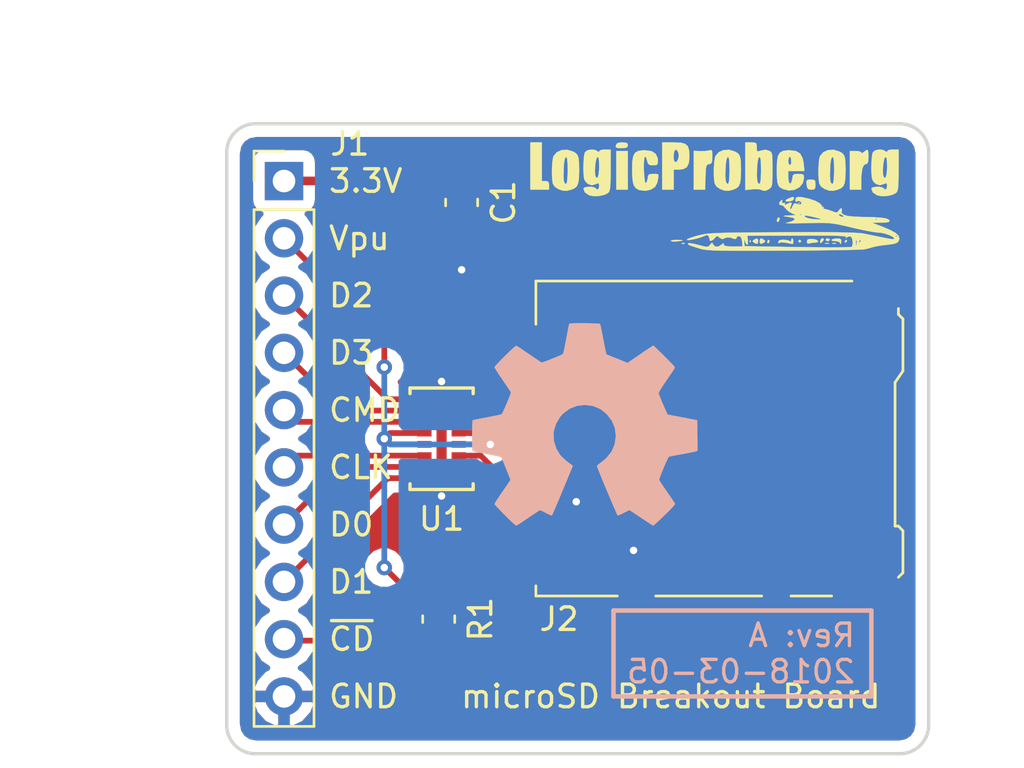
<source format=kicad_pcb>
(kicad_pcb (version 4) (host pcbnew 4.0.7)

  (general
    (links 29)
    (no_connects 0)
    (area 89.459999 76.759999 120.725001 104.850001)
    (thickness 1.6)
    (drawings 26)
    (tracks 88)
    (zones 0)
    (modules 7)
    (nets 17)
  )

  (page USLetter)
  (title_block
    (title "microSD Breakout Board")
    (date 2018-03-05)
    (rev A)
    (company LogicProbe.org)
    (comment 1 "Derek Konigsberg")
  )

  (layers
    (0 F.Cu signal)
    (31 B.Cu signal)
    (32 B.Adhes user)
    (33 F.Adhes user)
    (34 B.Paste user)
    (35 F.Paste user)
    (36 B.SilkS user)
    (37 F.SilkS user)
    (38 B.Mask user)
    (39 F.Mask user)
    (40 Dwgs.User user)
    (41 Cmts.User user)
    (42 Eco1.User user)
    (43 Eco2.User user)
    (44 Edge.Cuts user)
    (45 Margin user)
    (46 B.CrtYd user)
    (47 F.CrtYd user)
    (48 B.Fab user)
    (49 F.Fab user)
  )

  (setup
    (last_trace_width 0.1524)
    (user_trace_width 0.254)
    (user_trace_width 0.381)
    (user_trace_width 0.635)
    (user_trace_width 1.27)
    (trace_clearance 0.1524)
    (zone_clearance 0.508)
    (zone_45_only no)
    (trace_min 0.1524)
    (segment_width 0.2)
    (edge_width 0.15)
    (via_size 0.6858)
    (via_drill 0.3302)
    (via_min_size 0.6858)
    (via_min_drill 0.3302)
    (user_via 1.27 0.7112)
    (user_via 2.54 1.3208)
    (uvia_size 0.6858)
    (uvia_drill 0.3302)
    (uvias_allowed no)
    (uvia_min_size 0)
    (uvia_min_drill 0)
    (pcb_text_width 0.3)
    (pcb_text_size 1.5 1.5)
    (mod_edge_width 0.15)
    (mod_text_size 1 1)
    (mod_text_width 0.15)
    (pad_size 1.524 1.524)
    (pad_drill 0.762)
    (pad_to_mask_clearance 0.0508)
    (aux_axis_origin 0 0)
    (visible_elements FFFEFF7F)
    (pcbplotparams
      (layerselection 0x00030_80000001)
      (usegerberextensions false)
      (excludeedgelayer true)
      (linewidth 0.100000)
      (plotframeref false)
      (viasonmask false)
      (mode 1)
      (useauxorigin false)
      (hpglpennumber 1)
      (hpglpenspeed 20)
      (hpglpendiameter 15)
      (hpglpenoverlay 2)
      (psnegative false)
      (psa4output false)
      (plotreference true)
      (plotvalue true)
      (plotinvisibletext false)
      (padsonsilk false)
      (subtractmaskfromsilk false)
      (outputformat 1)
      (mirror false)
      (drillshape 1)
      (scaleselection 1)
      (outputdirectory ""))
  )

  (net 0 "")
  (net 1 +3V3)
  (net 2 GND)
  (net 3 "Net-(J1-Pad2)")
  (net 4 "Net-(J1-Pad3)")
  (net 5 "Net-(J1-Pad4)")
  (net 6 "Net-(J1-Pad5)")
  (net 7 "Net-(J1-Pad6)")
  (net 8 "Net-(J1-Pad7)")
  (net 9 "Net-(J1-Pad8)")
  (net 10 "Net-(J1-Pad9)")
  (net 11 "Net-(J2-Pad8)")
  (net 12 "Net-(J2-Pad1)")
  (net 13 "Net-(J2-Pad2)")
  (net 14 "Net-(J2-Pad3)")
  (net 15 "Net-(J2-Pad5)")
  (net 16 "Net-(J2-Pad7)")

  (net_class Default "This is the default net class."
    (clearance 0.1524)
    (trace_width 0.1524)
    (via_dia 0.6858)
    (via_drill 0.3302)
    (uvia_dia 0.6858)
    (uvia_drill 0.3302)
    (add_net +3V3)
    (add_net GND)
    (add_net "Net-(J1-Pad2)")
    (add_net "Net-(J1-Pad3)")
    (add_net "Net-(J1-Pad4)")
    (add_net "Net-(J1-Pad5)")
    (add_net "Net-(J1-Pad6)")
    (add_net "Net-(J1-Pad7)")
    (add_net "Net-(J1-Pad8)")
    (add_net "Net-(J1-Pad9)")
    (add_net "Net-(J2-Pad1)")
    (add_net "Net-(J2-Pad2)")
    (add_net "Net-(J2-Pad3)")
    (add_net "Net-(J2-Pad5)")
    (add_net "Net-(J2-Pad7)")
    (add_net "Net-(J2-Pad8)")
  )

  (module Capacitor_SMD:C_0805_2012Metric (layer F.Cu) (tedit 5A9E1228) (tstamp 5A9FA050)
    (at 99.949 80.325 270)
    (descr "Capacitor SMD 0805 (2012 Metric), square (rectangular) end terminal, IPC_7351 nominal, (Body size source: http://www.tortai-tech.com/upload/download/2011102023233369053.pdf), generated with kicad-footprint-generator")
    (tags capacitor)
    (path /5A9DE9DB)
    (attr smd)
    (fp_text reference C1 (at 0 -1.85 270) (layer F.SilkS)
      (effects (font (size 1 1) (thickness 0.15)))
    )
    (fp_text value 10uF (at 0 1.85 270) (layer F.Fab)
      (effects (font (size 1 1) (thickness 0.15)))
    )
    (fp_line (start -1 0.6) (end -1 -0.6) (layer F.Fab) (width 0.1))
    (fp_line (start -1 -0.6) (end 1 -0.6) (layer F.Fab) (width 0.1))
    (fp_line (start 1 -0.6) (end 1 0.6) (layer F.Fab) (width 0.1))
    (fp_line (start 1 0.6) (end -1 0.6) (layer F.Fab) (width 0.1))
    (fp_line (start -0.15 -0.71) (end 0.15 -0.71) (layer F.SilkS) (width 0.12))
    (fp_line (start -0.15 0.71) (end 0.15 0.71) (layer F.SilkS) (width 0.12))
    (fp_line (start -1.69 1) (end -1.69 -1) (layer F.CrtYd) (width 0.05))
    (fp_line (start -1.69 -1) (end 1.69 -1) (layer F.CrtYd) (width 0.05))
    (fp_line (start 1.69 -1) (end 1.69 1) (layer F.CrtYd) (width 0.05))
    (fp_line (start 1.69 1) (end -1.69 1) (layer F.CrtYd) (width 0.05))
    (fp_text user %R (at 0 0 270) (layer F.Fab)
      (effects (font (size 0.5 0.5) (thickness 0.08)))
    )
    (pad 1 smd rect (at -0.955 0 270) (size 0.97 1.5) (layers F.Cu F.Paste F.Mask)
      (net 1 +3V3))
    (pad 2 smd rect (at 0.955 0 270) (size 0.97 1.5) (layers F.Cu F.Paste F.Mask)
      (net 2 GND))
    (model ${KISYS3DMOD}/Capacitor_SMD.3dshapes/C_0805_2012Metric.wrl
      (at (xyz 0 0 0))
      (scale (xyz 1 1 1))
      (rotate (xyz 0 0 0))
    )
  )

  (module Connector_PinHeader_2.54mm:PinHeader_1x10_P2.54mm_Vertical (layer F.Cu) (tedit 5A9E124A) (tstamp 5A9FA06E)
    (at 92.075 79.375)
    (descr "Through hole straight pin header, 1x10, 2.54mm pitch, single row")
    (tags "Through hole pin header THT 1x10 2.54mm single row")
    (path /5A9DF505)
    (fp_text reference J1 (at 2.921 -1.651) (layer F.SilkS)
      (effects (font (size 1 1) (thickness 0.15)))
    )
    (fp_text value Header (at 0 25.19) (layer F.Fab)
      (effects (font (size 1 1) (thickness 0.15)))
    )
    (fp_line (start -0.635 -1.27) (end 1.27 -1.27) (layer F.Fab) (width 0.1))
    (fp_line (start 1.27 -1.27) (end 1.27 24.13) (layer F.Fab) (width 0.1))
    (fp_line (start 1.27 24.13) (end -1.27 24.13) (layer F.Fab) (width 0.1))
    (fp_line (start -1.27 24.13) (end -1.27 -0.635) (layer F.Fab) (width 0.1))
    (fp_line (start -1.27 -0.635) (end -0.635 -1.27) (layer F.Fab) (width 0.1))
    (fp_line (start -1.33 24.19) (end 1.33 24.19) (layer F.SilkS) (width 0.12))
    (fp_line (start -1.33 1.27) (end -1.33 24.19) (layer F.SilkS) (width 0.12))
    (fp_line (start 1.33 1.27) (end 1.33 24.19) (layer F.SilkS) (width 0.12))
    (fp_line (start -1.33 1.27) (end 1.33 1.27) (layer F.SilkS) (width 0.12))
    (fp_line (start -1.33 0) (end -1.33 -1.33) (layer F.SilkS) (width 0.12))
    (fp_line (start -1.33 -1.33) (end 0 -1.33) (layer F.SilkS) (width 0.12))
    (fp_line (start -1.8 -1.8) (end -1.8 24.65) (layer F.CrtYd) (width 0.05))
    (fp_line (start -1.8 24.65) (end 1.8 24.65) (layer F.CrtYd) (width 0.05))
    (fp_line (start 1.8 24.65) (end 1.8 -1.8) (layer F.CrtYd) (width 0.05))
    (fp_line (start 1.8 -1.8) (end -1.8 -1.8) (layer F.CrtYd) (width 0.05))
    (fp_text user %R (at 0 11.43 90) (layer F.Fab)
      (effects (font (size 1 1) (thickness 0.15)))
    )
    (pad 1 thru_hole rect (at 0 0) (size 1.7 1.7) (drill 1) (layers *.Cu *.Mask)
      (net 1 +3V3))
    (pad 2 thru_hole oval (at 0 2.54) (size 1.7 1.7) (drill 1) (layers *.Cu *.Mask)
      (net 3 "Net-(J1-Pad2)"))
    (pad 3 thru_hole oval (at 0 5.08) (size 1.7 1.7) (drill 1) (layers *.Cu *.Mask)
      (net 4 "Net-(J1-Pad3)"))
    (pad 4 thru_hole oval (at 0 7.62) (size 1.7 1.7) (drill 1) (layers *.Cu *.Mask)
      (net 5 "Net-(J1-Pad4)"))
    (pad 5 thru_hole oval (at 0 10.16) (size 1.7 1.7) (drill 1) (layers *.Cu *.Mask)
      (net 6 "Net-(J1-Pad5)"))
    (pad 6 thru_hole oval (at 0 12.7) (size 1.7 1.7) (drill 1) (layers *.Cu *.Mask)
      (net 7 "Net-(J1-Pad6)"))
    (pad 7 thru_hole oval (at 0 15.24) (size 1.7 1.7) (drill 1) (layers *.Cu *.Mask)
      (net 8 "Net-(J1-Pad7)"))
    (pad 8 thru_hole oval (at 0 17.78) (size 1.7 1.7) (drill 1) (layers *.Cu *.Mask)
      (net 9 "Net-(J1-Pad8)"))
    (pad 9 thru_hole oval (at 0 20.32) (size 1.7 1.7) (drill 1) (layers *.Cu *.Mask)
      (net 10 "Net-(J1-Pad9)"))
    (pad 10 thru_hole oval (at 0 22.86) (size 1.7 1.7) (drill 1) (layers *.Cu *.Mask)
      (net 2 GND))
    (model ${KISYS3DMOD}/Connector_PinHeader_2.54mm.3dshapes/PinHeader_1x10_P2.54mm_Vertical.wrl
      (at (xyz 0 0 0))
      (scale (xyz 1 1 1))
      (rotate (xyz 0 0 0))
    )
  )

  (module Connector_Card:microSD_HC_Hirose_DM3AT-SF-PEJM5 (layer F.Cu) (tedit 5A9E1FAE) (tstamp 5A9FA0F0)
    (at 111.125 90.805 90)
    (descr "Micro SD, SMD, right-angle, push-pull (https://www.hirose.com/product/en/download_file/key_name/DM3AT-SF-PEJM5/category/Drawing%20(2D)/doc_file_id/44099/?file_category_id=6&item_id=06090031000&is_series=)")
    (tags "Micro SD")
    (path /5A9DE95E)
    (attr smd)
    (fp_text reference J2 (at -8.001 -6.858 180) (layer F.SilkS)
      (effects (font (size 1 1) (thickness 0.15)))
    )
    (fp_text value "microSD Socket" (at -0.075 9.575 90) (layer F.Fab)
      (effects (font (size 1 1) (thickness 0.15)))
    )
    (fp_text user KEEPOUT (at -1.075 -1.925 90) (layer Cmts.User)
      (effects (font (size 1 1) (thickness 0.1)))
    )
    (fp_text user %R (at -0.075 0.375 90) (layer F.Fab)
      (effects (font (size 1 1) (thickness 0.1)))
    )
    (fp_text user KEEPOUT (at 4.2 7.65 90) (layer Cmts.User)
      (effects (font (size 0.4 0.4) (thickness 0.06)))
    )
    (fp_text user KEEPOUT (at -6.85 -3.25 180) (layer Cmts.User)
      (effects (font (size 0.6 0.6) (thickness 0.09)))
    )
    (fp_text user KEEPOUT (at -5.775 2.375 180) (layer Cmts.User)
      (effects (font (size 0.6 0.6) (thickness 0.09)))
    )
    (fp_line (start -4.175 -2.725) (end -5.425 -1.825) (layer Dwgs.User) (width 0.1))
    (fp_line (start -4.875 -2.725) (end -5.425 -2.325) (layer Dwgs.User) (width 0.1))
    (fp_line (start -2.775 -2.725) (end -5 -1.125) (layer Dwgs.User) (width 0.1))
    (fp_line (start -5.425 -1.325) (end -3.475 -2.725) (layer Dwgs.User) (width 0.1))
    (fp_line (start -6.125 -0.825) (end -5.425 -1.325) (layer Dwgs.User) (width 0.1))
    (fp_line (start -6.125 -1.325) (end -5.975 -1.425) (layer Dwgs.User) (width 0.1))
    (fp_line (start -6.125 -0.325) (end -5.425 -0.825) (layer Dwgs.User) (width 0.1))
    (fp_line (start -6.125 0.175) (end -5.425 -0.325) (layer Dwgs.User) (width 0.1))
    (fp_line (start -6.125 0.675) (end -5.425 0.175) (layer Dwgs.User) (width 0.1))
    (fp_line (start -6.125 1.175) (end -5.425 0.675) (layer Dwgs.User) (width 0.1))
    (fp_line (start -6.125 1.675) (end -5.425 1.175) (layer Dwgs.User) (width 0.1))
    (fp_line (start -6.125 2.175) (end -5.425 1.675) (layer Dwgs.User) (width 0.1))
    (fp_line (start -6.125 2.675) (end -5.425 2.175) (layer Dwgs.User) (width 0.1))
    (fp_line (start -6.125 3.175) (end -5.425 2.675) (layer Dwgs.User) (width 0.1))
    (fp_line (start -6.125 3.675) (end -5.425 3.175) (layer Dwgs.User) (width 0.1))
    (fp_line (start -6.125 4.175) (end -5.425 3.675) (layer Dwgs.User) (width 0.1))
    (fp_line (start -6.125 4.675) (end -5.425 4.175) (layer Dwgs.User) (width 0.1))
    (fp_line (start -6.125 5.175) (end -5.425 4.675) (layer Dwgs.User) (width 0.1))
    (fp_line (start -6.125 5.675) (end -5.425 5.175) (layer Dwgs.User) (width 0.1))
    (fp_line (start -6.125 6.175) (end -5.425 5.675) (layer Dwgs.User) (width 0.1))
    (fp_line (start -6.475 0.225) (end -7.225 0.725) (layer Dwgs.User) (width 0.1))
    (fp_line (start -6.475 -0.275) (end -7.225 0.225) (layer Dwgs.User) (width 0.1))
    (fp_line (start -6.475 -0.775) (end -7.225 -0.275) (layer Dwgs.User) (width 0.1))
    (fp_line (start -6.475 -1.275) (end -7.225 -0.775) (layer Dwgs.User) (width 0.1))
    (fp_line (start -6.475 -1.775) (end -7.225 -1.275) (layer Dwgs.User) (width 0.1))
    (fp_line (start -6.475 -2.275) (end -7.225 -1.775) (layer Dwgs.User) (width 0.1))
    (fp_line (start -6.475 -2.775) (end -7.225 -2.275) (layer Dwgs.User) (width 0.1))
    (fp_line (start -6.475 -3.275) (end -7.225 -2.775) (layer Dwgs.User) (width 0.1))
    (fp_line (start -6.475 -3.775) (end -7.225 -3.275) (layer Dwgs.User) (width 0.1))
    (fp_line (start -6.475 -4.275) (end -7.225 -3.775) (layer Dwgs.User) (width 0.1))
    (fp_line (start -6.475 -4.775) (end -7.225 -4.275) (layer Dwgs.User) (width 0.1))
    (fp_line (start -6.475 -5.275) (end -7.225 -4.775) (layer Dwgs.User) (width 0.1))
    (fp_line (start -6.475 -5.775) (end -7.225 -5.275) (layer Dwgs.User) (width 0.1))
    (fp_line (start -6.475 -6.275) (end -7.225 -5.775) (layer Dwgs.User) (width 0.1))
    (fp_line (start -6.475 -6.775) (end -7.225 -6.275) (layer Dwgs.User) (width 0.1))
    (fp_line (start -6.475 -7.275) (end -7.225 -6.775) (layer Dwgs.User) (width 0.1))
    (fp_line (start 3.475 6.975) (end 2.925 7.875) (layer Dwgs.User) (width 0.1))
    (fp_line (start 3.975 6.975) (end 3.175 8.325) (layer Dwgs.User) (width 0.1))
    (fp_line (start 4.475 6.975) (end 3.675 8.325) (layer Dwgs.User) (width 0.1))
    (fp_line (start 4.975 6.975) (end 4.175 8.325) (layer Dwgs.User) (width 0.1))
    (fp_line (start 5.475 6.975) (end 4.675 8.325) (layer Dwgs.User) (width 0.1))
    (fp_line (start 3.005 8.385) (end 2.495 8.035) (layer F.SilkS) (width 0.12))
    (fp_line (start 5.515 8.185) (end 5.775 8.185) (layer F.SilkS) (width 0.12))
    (fp_line (start 5.315 8.385) (end 5.515 8.185) (layer F.SilkS) (width 0.12))
    (fp_line (start -4.085 8.385) (end -3.875 8.185) (layer F.SilkS) (width 0.12))
    (fp_line (start -3.875 8.035) (end -3.875 8.185) (layer F.SilkS) (width 0.12))
    (fp_line (start -3.875 8.035) (end 2.495 8.035) (layer F.SilkS) (width 0.12))
    (fp_line (start -6.975 3.425) (end -6.975 5.225) (layer F.SilkS) (width 0.12))
    (fp_line (start -6.975 -2.575) (end -6.975 2.125) (layer F.SilkS) (width 0.12))
    (fp_line (start -5.945 8.385) (end -6.145 8.185) (layer F.SilkS) (width 0.12))
    (fp_line (start -5.945 8.385) (end -4.085 8.385) (layer F.SilkS) (width 0.12))
    (fp_line (start 5.315 8.385) (end 3.005 8.385) (layer F.SilkS) (width 0.12))
    (fp_line (start -6.975 -7.885) (end -6.975 -4.275) (layer F.SilkS) (width 0.12))
    (fp_line (start -6.525 -7.885) (end -6.975 -7.885) (layer F.SilkS) (width 0.12))
    (fp_line (start 6.995 -7.885) (end 6.995 6.125) (layer F.SilkS) (width 0.12))
    (fp_line (start 5.075 -7.885) (end 6.995 -7.885) (layer F.SilkS) (width 0.12))
    (fp_line (start -7.82 8.88) (end -7.82 -8.82) (layer F.CrtYd) (width 0.05))
    (fp_line (start 7.88 8.88) (end -7.82 8.88) (layer F.CrtYd) (width 0.05))
    (fp_line (start 7.88 -8.82) (end 7.88 8.88) (layer F.CrtYd) (width 0.05))
    (fp_line (start -7.82 -8.82) (end 7.88 -8.82) (layer F.CrtYd) (width 0.05))
    (fp_line (start -7.225 0.775) (end -7.225 -7.275) (layer Dwgs.User) (width 0.1))
    (fp_line (start -6.475 0.775) (end -7.225 0.775) (layer Dwgs.User) (width 0.1))
    (fp_line (start -6.475 -7.275) (end -6.475 0.775) (layer Dwgs.User) (width 0.1))
    (fp_line (start -7.225 -7.275) (end -6.475 -7.275) (layer Dwgs.User) (width 0.1))
    (fp_line (start -6.125 6.175) (end -6.125 -1.425) (layer Dwgs.User) (width 0.1))
    (fp_line (start -5.425 6.175) (end -6.125 6.175) (layer Dwgs.User) (width 0.1))
    (fp_line (start -5.425 -2.725) (end -5.425 6.175) (layer Dwgs.User) (width 0.1))
    (fp_line (start -6.125 -1.425) (end -5.425 -1.425) (layer Dwgs.User) (width 0.1))
    (fp_line (start 2.925 8.325) (end 2.925 6.975) (layer Dwgs.User) (width 0.1))
    (fp_line (start 5.475 8.325) (end 2.925 8.325) (layer Dwgs.User) (width 0.1))
    (fp_line (start 5.475 6.975) (end 5.475 8.325) (layer Dwgs.User) (width 0.1))
    (fp_line (start 2.925 6.975) (end 5.475 6.975) (layer Dwgs.User) (width 0.1))
    (fp_line (start 3.275 -1.125) (end -5.425 -1.125) (layer Dwgs.User) (width 0.1))
    (fp_line (start 3.275 -2.725) (end 3.275 -1.125) (layer Dwgs.User) (width 0.1))
    (fp_line (start -5.425 -2.725) (end 3.275 -2.725) (layer Dwgs.User) (width 0.1))
    (fp_line (start -3.915 8.125) (end -3.915 7.975) (layer F.Fab) (width 0.1))
    (fp_line (start -6.115 8.125) (end -6.925 8.125) (layer F.Fab) (width 0.1))
    (fp_line (start 5.485 8.125) (end 6.925 8.125) (layer F.Fab) (width 0.1))
    (fp_line (start -4.115 8.325) (end -5.915 8.325) (layer F.Fab) (width 0.1))
    (fp_line (start -3.915 8.125) (end -4.115 8.325) (layer F.Fab) (width 0.1))
    (fp_line (start -5.915 8.325) (end -6.115 8.125) (layer F.Fab) (width 0.1))
    (fp_line (start 3.035 8.325) (end 2.51 7.975) (layer F.Fab) (width 0.1))
    (fp_line (start 5.285 8.325) (end 5.485 8.125) (layer F.Fab) (width 0.1))
    (fp_line (start 5.285 8.325) (end 3.035 8.325) (layer F.Fab) (width 0.1))
    (fp_line (start -6.925 8.125) (end -6.925 -7.825) (layer F.Fab) (width 0.1))
    (fp_line (start 6.925 8.125) (end 6.925 -7.825) (layer F.Fab) (width 0.1))
    (fp_line (start 6.925 -7.825) (end -6.925 -7.825) (layer F.Fab) (width 0.1))
    (fp_line (start 2.51 7.975) (end -3.915 7.975) (layer F.Fab) (width 0.1))
    (fp_line (start -5.425 9.725) (end 4.575 9.725) (layer F.Fab) (width 0.1))
    (fp_line (start -5.425 13.725) (end 4.575 13.725) (layer F.Fab) (width 0.1))
    (fp_line (start 5.075 13.225) (end 5.075 8.325) (layer F.Fab) (width 0.1))
    (fp_line (start -5.925 8.325) (end -5.925 13.225) (layer F.Fab) (width 0.1))
    (fp_line (start -2.075 -2.725) (end -4.3 -1.125) (layer Dwgs.User) (width 0.1))
    (fp_line (start -1.375 -2.725) (end -3.6 -1.125) (layer Dwgs.User) (width 0.1))
    (fp_line (start -0.675 -2.725) (end -2.9 -1.125) (layer Dwgs.User) (width 0.1))
    (fp_line (start 0.025 -2.725) (end -2.2 -1.125) (layer Dwgs.User) (width 0.1))
    (fp_line (start 0.725 -2.725) (end -1.5 -1.125) (layer Dwgs.User) (width 0.1))
    (fp_line (start 1.425 -2.725) (end -0.8 -1.125) (layer Dwgs.User) (width 0.1))
    (fp_line (start 2.125 -2.725) (end -0.1 -1.125) (layer Dwgs.User) (width 0.1))
    (fp_line (start 2.825 -2.725) (end 0.6 -1.125) (layer Dwgs.User) (width 0.1))
    (fp_line (start 3.275 -2.525) (end 1.3 -1.125) (layer Dwgs.User) (width 0.1))
    (fp_line (start 3.275 -2.025) (end 2 -1.125) (layer Dwgs.User) (width 0.1))
    (fp_line (start 3.275 -1.525) (end 2.7 -1.125) (layer Dwgs.User) (width 0.1))
    (fp_arc (start 4.575 9.225) (end 5.075 9.225) (angle 90) (layer F.Fab) (width 0.1))
    (fp_arc (start -5.425 9.225) (end -5.425 9.725) (angle 90) (layer F.Fab) (width 0.1))
    (fp_arc (start 4.575 13.225) (end 5.075 13.225) (angle 90) (layer F.Fab) (width 0.1))
    (fp_arc (start -5.425 13.225) (end -5.425 13.725) (angle 90) (layer F.Fab) (width 0.1))
    (pad 9 smd rect (at -5.875 -7.725 90) (size 0.7 1.2) (layers F.Cu F.Paste F.Mask)
      (net 10 "Net-(J1-Pad9)"))
    (pad 8 smd rect (at -4.925 -7.725 90) (size 0.7 1.2) (layers F.Cu F.Paste F.Mask)
      (net 11 "Net-(J2-Pad8)"))
    (pad 1 smd rect (at 2.775 -7.725 90) (size 0.7 1.2) (layers F.Cu F.Paste F.Mask)
      (net 12 "Net-(J2-Pad1)"))
    (pad 2 smd rect (at 1.675 -7.725 90) (size 0.7 1.2) (layers F.Cu F.Paste F.Mask)
      (net 13 "Net-(J2-Pad2)"))
    (pad 3 smd rect (at 0.575 -7.725 90) (size 0.7 1.2) (layers F.Cu F.Paste F.Mask)
      (net 14 "Net-(J2-Pad3)"))
    (pad 4 smd rect (at -0.525 -7.725 90) (size 0.7 1.2) (layers F.Cu F.Paste F.Mask)
      (net 1 +3V3))
    (pad 5 smd rect (at -1.625 -7.725 90) (size 0.7 1.2) (layers F.Cu F.Paste F.Mask)
      (net 15 "Net-(J2-Pad5)"))
    (pad 6 smd rect (at -2.725 -7.725 90) (size 0.7 1.2) (layers F.Cu F.Paste F.Mask)
      (net 2 GND))
    (pad 7 smd rect (at -3.825 -7.725 90) (size 0.7 1.2) (layers F.Cu F.Paste F.Mask)
      (net 16 "Net-(J2-Pad7)"))
    (pad 11 smd rect (at 4.325 -7.725 90) (size 1 1.2) (layers F.Cu F.Paste F.Mask)
      (net 2 GND))
    (pad 11 smd rect (at -6.825 -3.425 90) (size 1 1.2) (layers F.Cu F.Paste F.Mask)
      (net 2 GND))
    (pad 10 smd rect (at -6.825 2.775 90) (size 1 0.8) (layers F.Cu F.Paste F.Mask)
      (net 2 GND))
    (pad 11 smd rect (at -6.825 6.925 90) (size 1 2.8) (layers F.Cu F.Paste F.Mask)
      (net 2 GND))
    (pad 11 smd rect (at 6.675 7.375 90) (size 1.3 1.9) (layers F.Cu F.Paste F.Mask)
      (net 2 GND))
    (model ${KISYS3DMOD}/Connector_Card.3dshapes/microSD_HC_Hirose_DM3AT-SF-PEJM5.wrl
      (at (xyz 0.1092519685 0.280511811 0))
      (scale (xyz 1 1 1))
      (rotate (xyz 0 0 0))
    )
  )

  (module Resistor_SMD:R_0805_2012Metric (layer F.Cu) (tedit 5A9E121F) (tstamp 5A9FA0F6)
    (at 98.933 98.806 270)
    (descr "Resistor SMD 0805 (2012 Metric), square (rectangular) end terminal, IPC_7351 nominal, (Body size source: http://www.tortai-tech.com/upload/download/2011102023233369053.pdf), generated with kicad-footprint-generator")
    (tags resistor)
    (path /5A9DEA3A)
    (attr smd)
    (fp_text reference R1 (at 0 -1.85 270) (layer F.SilkS)
      (effects (font (size 1 1) (thickness 0.15)))
    )
    (fp_text value 10k (at 0 1.85 270) (layer F.Fab)
      (effects (font (size 1 1) (thickness 0.15)))
    )
    (fp_line (start -1 0.6) (end -1 -0.6) (layer F.Fab) (width 0.1))
    (fp_line (start -1 -0.6) (end 1 -0.6) (layer F.Fab) (width 0.1))
    (fp_line (start 1 -0.6) (end 1 0.6) (layer F.Fab) (width 0.1))
    (fp_line (start 1 0.6) (end -1 0.6) (layer F.Fab) (width 0.1))
    (fp_line (start -0.15 -0.71) (end 0.15 -0.71) (layer F.SilkS) (width 0.12))
    (fp_line (start -0.15 0.71) (end 0.15 0.71) (layer F.SilkS) (width 0.12))
    (fp_line (start -1.69 1) (end -1.69 -1) (layer F.CrtYd) (width 0.05))
    (fp_line (start -1.69 -1) (end 1.69 -1) (layer F.CrtYd) (width 0.05))
    (fp_line (start 1.69 -1) (end 1.69 1) (layer F.CrtYd) (width 0.05))
    (fp_line (start 1.69 1) (end -1.69 1) (layer F.CrtYd) (width 0.05))
    (fp_text user %R (at 0 0 270) (layer F.Fab)
      (effects (font (size 0.5 0.5) (thickness 0.08)))
    )
    (pad 1 smd rect (at -0.955 0 270) (size 0.97 1.5) (layers F.Cu F.Paste F.Mask)
      (net 3 "Net-(J1-Pad2)"))
    (pad 2 smd rect (at 0.955 0 270) (size 0.97 1.5) (layers F.Cu F.Paste F.Mask)
      (net 10 "Net-(J1-Pad9)"))
    (model ${KISYS3DMOD}/Resistor_SMD.3dshapes/R_0805_2012Metric.wrl
      (at (xyz 0 0 0))
      (scale (xyz 1 1 1))
      (rotate (xyz 0 0 0))
    )
  )

  (module lib_fp:SLP4016P16_1.6x4mm_P0.5mm (layer F.Cu) (tedit 5A9E1F19) (tstamp 5A9FA122)
    (at 99.06 90.805 180)
    (descr "SLP4016P16 16-pin package")
    (tags "UFDFN 0.5")
    (path /5A9DE919)
    (attr smd)
    (fp_text reference U1 (at 0 -3.556 180) (layer F.SilkS)
      (effects (font (size 1 1) (thickness 0.15)))
    )
    (fp_text value EClamp2410P (at 0 3.2 180) (layer F.Fab)
      (effects (font (size 1 1) (thickness 0.15)))
    )
    (fp_line (start 1.4 2) (end 1.4 2.25) (layer F.SilkS) (width 0.15))
    (fp_line (start -1.4 2) (end -1.4 2.25) (layer F.SilkS) (width 0.15))
    (fp_line (start -1.4 -2.25) (end -1.4 -2) (layer F.SilkS) (width 0.15))
    (fp_line (start 1.4 -2.25) (end 1.4 -2) (layer F.SilkS) (width 0.15))
    (fp_text user %R (at 0 0 180) (layer F.Fab)
      (effects (font (size 0.4 0.4) (thickness 0.1)))
    )
    (fp_line (start -0.9 -2.1) (end 1.25 -2.1) (layer F.Fab) (width 0.15))
    (fp_line (start 1.25 -2.1) (end 1.25 2.1) (layer F.Fab) (width 0.15))
    (fp_line (start 1.25 2.1) (end -1.25 2.1) (layer F.Fab) (width 0.15))
    (fp_line (start -1.25 2.1) (end -1.25 -1.75) (layer F.Fab) (width 0.15))
    (fp_line (start -1.25 -1.75) (end -0.9 -2.1) (layer F.Fab) (width 0.15))
    (fp_line (start -1.6 -2.4) (end -1.6 2.4) (layer F.CrtYd) (width 0.05))
    (fp_line (start 1.6 -2.4) (end 1.6 2.4) (layer F.CrtYd) (width 0.05))
    (fp_line (start -1.6 -2.4) (end 1.6 -2.4) (layer F.CrtYd) (width 0.05))
    (fp_line (start -1.6 2.4) (end 1.6 2.4) (layer F.CrtYd) (width 0.05))
    (fp_line (start -1.4 2.25) (end 1.4 2.25) (layer F.SilkS) (width 0.15))
    (fp_line (start -1.4 -2.25) (end 1.4 -2.25) (layer F.SilkS) (width 0.15))
    (pad "" smd rect (at 0 1.35 180) (size 0.35 0.35) (layers F.Paste))
    (pad "" smd rect (at 0 -1.35 180) (size 0.35 0.35) (layers F.Paste))
    (pad "" smd rect (at 0 0.9 180) (size 0.35 0.35) (layers F.Paste))
    (pad "" smd rect (at 0 0.45 180) (size 0.35 0.35) (layers F.Paste))
    (pad "" smd rect (at 0 -0.9 180) (size 0.35 0.35) (layers F.Paste))
    (pad "" smd rect (at 0 -0.45 180) (size 0.35 0.35) (layers F.Paste))
    (pad 1 smd rect (at -0.76 -1.75 180) (size 0.63 0.3) (layers F.Cu F.Paste F.Mask)
      (net 11 "Net-(J2-Pad8)"))
    (pad 2 smd rect (at -0.76 -1.25 180) (size 0.63 0.3) (layers F.Cu F.Paste F.Mask)
      (net 16 "Net-(J2-Pad7)"))
    (pad 3 smd rect (at -0.76 -0.75 180) (size 0.63 0.3) (layers F.Cu F.Paste F.Mask)
      (net 15 "Net-(J2-Pad5)"))
    (pad 4 smd rect (at -0.76 -0.25 180) (size 0.63 0.3) (layers F.Cu F.Paste F.Mask)
      (net 3 "Net-(J1-Pad2)"))
    (pad 5 smd rect (at -0.76 0.25 180) (size 0.63 0.3) (layers F.Cu F.Paste F.Mask)
      (net 1 +3V3))
    (pad 6 smd rect (at -0.76 0.75 180) (size 0.63 0.3) (layers F.Cu F.Paste F.Mask)
      (net 14 "Net-(J2-Pad3)"))
    (pad 7 smd rect (at -0.76 1.25 180) (size 0.63 0.3) (layers F.Cu F.Paste F.Mask)
      (net 13 "Net-(J2-Pad2)"))
    (pad 8 smd rect (at -0.76 1.75 180) (size 0.63 0.3) (layers F.Cu F.Paste F.Mask)
      (net 12 "Net-(J2-Pad1)"))
    (pad 9 smd rect (at 0.76 1.75 180) (size 0.63 0.3) (layers F.Cu F.Paste F.Mask)
      (net 4 "Net-(J1-Pad3)"))
    (pad 10 smd rect (at 0.76 1.25 180) (size 0.63 0.3) (layers F.Cu F.Paste F.Mask)
      (net 5 "Net-(J1-Pad4)"))
    (pad 11 smd rect (at 0.76 0.75 180) (size 0.63 0.3) (layers F.Cu F.Paste F.Mask)
      (net 6 "Net-(J1-Pad5)"))
    (pad 12 smd rect (at 0.76 0.25 180) (size 0.63 0.3) (layers F.Cu F.Paste F.Mask)
      (net 3 "Net-(J1-Pad2)"))
    (pad 13 smd rect (at 0.76 -0.25 180) (size 0.63 0.3) (layers F.Cu F.Paste F.Mask)
      (net 3 "Net-(J1-Pad2)"))
    (pad 14 smd rect (at 0.76 -0.75 180) (size 0.63 0.3) (layers F.Cu F.Paste F.Mask)
      (net 7 "Net-(J1-Pad6)"))
    (pad 15 smd rect (at 0.76 -1.25 180) (size 0.63 0.3) (layers F.Cu F.Paste F.Mask)
      (net 8 "Net-(J1-Pad7)"))
    (pad 16 smd rect (at 0.76 -1.75 180) (size 0.63 0.3) (layers F.Cu F.Paste F.Mask)
      (net 9 "Net-(J1-Pad8)"))
    (pad 17 smd rect (at 0 0 180) (size 0.45 3.3) (layers F.Cu F.Mask)
      (net 2 GND))
    (pad "" smd rect (at 0 0 180) (size 0.35 0.35) (layers F.Paste))
  )

  (module lib_fp:LogicProbe (layer F.Cu) (tedit 0) (tstamp 5A9E1A9E)
    (at 111.125 80.01)
    (fp_text reference G*** (at 0 0) (layer F.SilkS) hide
      (effects (font (thickness 0.3)))
    )
    (fp_text value LOGO (at 0.75 0) (layer F.SilkS) hide
      (effects (font (thickness 0.3)))
    )
    (fp_poly (pts (xy 3.904881 0.078157) (xy 4.172071 0.136406) (xy 4.24501 0.15544) (xy 4.50591 0.24561)
      (xy 4.697938 0.353218) (xy 4.799147 0.463897) (xy 4.807604 0.523753) (xy 4.849177 0.582594)
      (xy 4.92125 0.604952) (xy 5.067298 0.640466) (xy 5.248446 0.703336) (xy 5.259215 0.707664)
      (xy 5.404959 0.757865) (xy 5.482676 0.747329) (xy 5.532245 0.682404) (xy 5.60849 0.592171)
      (xy 5.670634 0.577734) (xy 5.682078 0.642363) (xy 5.673292 0.6698) (xy 5.665879 0.775288)
      (xy 5.742568 0.853713) (xy 5.913563 0.90813) (xy 6.189068 0.941596) (xy 6.579286 0.957164)
      (xy 6.63575 0.957993) (xy 7.062802 0.967737) (xy 7.377357 0.986152) (xy 7.593744 1.01533)
      (xy 7.726295 1.057361) (xy 7.78934 1.114337) (xy 7.794678 1.127125) (xy 7.770751 1.173692)
      (xy 7.650589 1.200279) (xy 7.419166 1.210208) (xy 7.418916 1.21021) (xy 7.01675 1.213921)
      (xy 7.462701 1.384835) (xy 7.817876 1.533762) (xy 8.057613 1.667113) (xy 8.191239 1.793046)
      (xy 8.228077 1.919723) (xy 8.194935 2.025579) (xy 8.125655 2.098955) (xy 7.993502 2.148347)
      (xy 7.769839 2.1833) (xy 7.699874 2.19055) (xy 7.446893 2.220796) (xy 7.217709 2.257742)
      (xy 7.08025 2.288622) (xy 6.868789 2.347667) (xy 6.69925 2.391381) (xy 6.600616 2.400507)
      (xy 6.38749 2.409592) (xy 6.07238 2.418421) (xy 5.667792 2.426781) (xy 5.186236 2.434459)
      (xy 4.640219 2.44124) (xy 4.042248 2.44691) (xy 3.404832 2.451256) (xy 3.1115 2.45271)
      (xy 2.365744 2.455802) (xy 1.735686 2.457782) (xy 1.210022 2.458311) (xy 0.777453 2.457051)
      (xy 0.426676 2.453665) (xy 0.146392 2.447813) (xy -0.074703 2.439158) (xy -0.247908 2.427361)
      (xy -0.384525 2.412084) (xy -0.495855 2.392988) (xy -0.5932 2.369737) (xy -0.68786 2.341991)
      (xy -0.6985 2.338679) (xy -0.940482 2.26118) (xy -1.081213 2.208883) (xy -1.141372 2.171469)
      (xy -1.141642 2.13862) (xy -1.129043 2.123876) (xy -1.054646 2.121412) (xy -0.892999 2.148525)
      (xy -0.67881 2.199365) (xy -0.674659 2.200469) (xy -0.452073 2.257666) (xy -0.318813 2.280406)
      (xy -0.241742 2.267878) (xy -0.187722 2.219272) (xy -0.163985 2.187968) (xy -0.092385 2.104241)
      (xy -0.052147 2.12274) (xy -0.029492 2.174875) (xy 0.062415 2.268845) (xy 0.202015 2.272478)
      (xy 0.344714 2.186214) (xy 0.420898 2.12324) (xy 0.443887 2.156504) (xy 0.4445 2.178252)
      (xy 0.474154 2.229644) (xy 0.578216 2.257434) (xy 0.779331 2.266409) (xy 0.860375 2.266164)
      (xy 1.27625 2.262251) (xy 1.25725 2.041699) (xy 1.255739 2.03542) (xy 1.352412 2.03542)
      (xy 1.353861 2.06375) (xy 1.36525 2.25425) (xy 3.2385 2.286) (xy 3.96808 2.29703)
      (xy 4.607031 2.303931) (xy 5.148097 2.30669) (xy 5.584022 2.305299) (xy 5.907551 2.299747)
      (xy 6.111428 2.290024) (xy 6.111875 2.289987) (xy 6.143808 2.231354) (xy 6.158969 2.0955)
      (xy 6.301232 2.0955) (xy 6.307852 2.211026) (xy 6.324335 2.224641) (xy 6.330272 2.206625)
      (xy 6.337339 2.091365) (xy 6.429068 2.091365) (xy 6.437754 2.0955) (xy 6.495703 2.050797)
      (xy 6.50875 2.032) (xy 6.524931 1.972634) (xy 6.516245 1.9685) (xy 6.458296 2.013202)
      (xy 6.44525 2.032) (xy 6.429068 2.091365) (xy 6.337339 2.091365) (xy 6.340147 2.045574)
      (xy 6.330272 1.984375) (xy 6.311866 1.964612) (xy 6.301846 2.052416) (xy 6.301232 2.0955)
      (xy 6.158969 2.0955) (xy 6.159239 2.093088) (xy 6.1595 2.070543) (xy 6.127968 1.896518)
      (xy 6.046336 1.813755) (xy 5.934042 1.838093) (xy 5.903922 1.862337) (xy 5.849533 1.903933)
      (xy 5.869066 1.855944) (xy 5.859145 1.833891) (xy 5.794867 1.816261) (xy 5.66582 1.802707)
      (xy 5.461591 1.792883) (xy 5.171769 1.786443) (xy 4.785942 1.78304) (xy 4.293696 1.78233)
      (xy 3.701238 1.7839) (xy 1.487713 1.792661) (xy 1.512765 2.023455) (xy 1.509776 2.163672)
      (xy 1.470653 2.192629) (xy 1.414285 2.113531) (xy 1.3759 2.00025) (xy 1.355951 1.958443)
      (xy 1.352412 2.03542) (xy 1.255739 2.03542) (xy 1.215941 1.870057) (xy 1.127125 1.805192)
      (xy 1.034028 1.830105) (xy 1.016 1.87325) (xy 0.982956 1.934092) (xy 0.87288 1.923825)
      (xy 0.737713 1.872819) (xy 0.575295 1.864381) (xy 0.493505 1.899315) (xy 0.376706 1.942677)
      (xy 0.269576 1.887011) (xy 0.25434 1.873557) (xy 0.161155 1.805452) (xy 0.095779 1.833088)
      (xy 0.054047 1.885095) (xy -0.036767 1.973333) (xy -0.128323 2.020204) (xy -0.179907 2.008469)
      (xy -0.180419 1.984375) (xy -0.194666 1.891644) (xy -0.217816 1.828613) (xy -0.287903 1.75599)
      (xy -0.370772 1.779318) (xy -0.524865 1.845718) (xy -0.726637 1.908567) (xy -0.933878 1.957777)
      (xy -1.10438 1.983258) (xy -1.194168 1.976122) (xy -1.170175 1.9419) (xy -1.046282 1.887384)
      (xy -0.846031 1.822115) (xy -0.743306 1.793386) (xy -0.621739 1.762085) (xy -0.502942 1.735758)
      (xy -0.374901 1.713902) (xy -0.2256 1.696018) (xy -0.043026 1.681603) (xy 0.184838 1.670158)
      (xy 0.470005 1.661181) (xy 0.824489 1.654171) (xy 1.260307 1.648628) (xy 1.789472 1.64405)
      (xy 2.424 1.639937) (xy 3.01625 1.636641) (xy 3.850824 1.633313) (xy 4.5647 1.633031)
      (xy 5.164146 1.635894) (xy 5.655427 1.642003) (xy 6.044813 1.651457) (xy 6.338569 1.664357)
      (xy 6.542965 1.680801) (xy 6.63575 1.694381) (xy 6.910907 1.749235) (xy 7.19543 1.806858)
      (xy 7.33425 1.835406) (xy 7.632229 1.895929) (xy 7.827073 1.931192) (xy 7.939577 1.943681)
      (xy 7.990538 1.935886) (xy 8.001 1.915173) (xy 7.944868 1.845979) (xy 7.876464 1.80975)
      (xy 8.0645 1.80975) (xy 8.09625 1.8415) (xy 8.128 1.80975) (xy 8.09625 1.778)
      (xy 8.0645 1.80975) (xy 7.876464 1.80975) (xy 7.802458 1.770554) (xy 7.61275 1.703633)
      (xy 7.414724 1.659953) (xy 7.302221 1.651) (xy 7.151649 1.63627) (xy 6.907374 1.595778)
      (xy 6.598776 1.535068) (xy 6.255231 1.459687) (xy 6.117725 1.427415) (xy 5.777751 1.347009)
      (xy 5.511336 1.289208) (xy 5.285994 1.250951) (xy 5.069237 1.229175) (xy 4.828579 1.220818)
      (xy 4.531531 1.222819) (xy 4.145608 1.232115) (xy 4.067974 1.234224) (xy 3.728546 1.241331)
      (xy 3.460606 1.242663) (xy 3.278039 1.238531) (xy 3.194727 1.229248) (xy 3.223886 1.215247)
      (xy 3.435412 1.161821) (xy 3.560282 1.099914) (xy 3.586242 1.040096) (xy 3.501038 0.992941)
      (xy 3.485809 0.989302) (xy 3.305117 0.955616) (xy 3.14325 0.931801) (xy 3.090252 0.917061)
      (xy 3.123622 0.909784) (xy 4.012397 0.909784) (xy 4.035425 0.947123) (xy 4.174554 1.013279)
      (xy 4.416512 1.054194) (xy 4.6355 1.065452) (xy 4.741604 1.063209) (xy 4.74577 1.048295)
      (xy 4.744023 1.04775) (xy 7.1755 1.04775) (xy 7.20725 1.0795) (xy 7.239 1.04775)
      (xy 7.20725 1.016) (xy 7.1755 1.04775) (xy 4.744023 1.04775) (xy 4.639646 1.015192)
      (xy 4.5085 0.98154) (xy 4.23217 0.917944) (xy 4.069165 0.894198) (xy 4.012397 0.909784)
      (xy 3.123622 0.909784) (xy 3.154178 0.903121) (xy 3.302 0.893334) (xy 3.65125 0.87864)
      (xy 3.602383 0.85725) (xy 3.81 0.85725) (xy 3.84175 0.889) (xy 3.8735 0.85725)
      (xy 3.858478 0.842228) (xy 5.543126 0.842228) (xy 5.55625 0.889) (xy 5.646871 0.944251)
      (xy 5.702872 0.951527) (xy 5.773937 0.941251) (xy 5.727778 0.897352) (xy 5.715 0.889)
      (xy 5.598656 0.832905) (xy 5.543126 0.842228) (xy 3.858478 0.842228) (xy 3.84175 0.8255)
      (xy 3.81 0.85725) (xy 3.602383 0.85725) (xy 3.447608 0.789503) (xy 3.287406 0.691928)
      (xy 3.178494 0.577783) (xy 3.175499 0.572433) (xy 3.086036 0.470895) (xy 3.017763 0.4445)
      (xy 2.909199 0.407324) (xy 2.903288 0.319033) (xy 2.965338 0.245319) (xy 3.041366 0.192501)
      (xy 3.043527 0.232318) (xy 3.031373 0.266641) (xy 3.023466 0.343478) (xy 3.0934 0.335224)
      (xy 3.162094 0.326839) (xy 3.146003 0.376544) (xy 3.130475 0.425348) (xy 3.201165 0.400684)
      (xy 3.226662 0.387335) (xy 3.386871 0.320253) (xy 3.456324 0.337481) (xy 3.43223 0.438141)
      (xy 3.426089 0.449938) (xy 3.384194 0.565263) (xy 3.390328 0.617495) (xy 3.434327 0.592059)
      (xy 3.490123 0.482501) (xy 3.553779 0.366461) (xy 3.633288 0.355236) (xy 3.666524 0.369864)
      (xy 3.797736 0.409501) (xy 3.879293 0.387924) (xy 3.879528 0.318925) (xy 3.855764 0.287446)
      (xy 3.757685 0.239031) (xy 3.698875 0.268143) (xy 3.637071 0.288819) (xy 3.6195 0.198275)
      (xy 3.645555 0.10793) (xy 3.735029 0.068278) (xy 3.904881 0.078157)) (layer F.SilkS) (width 0.01))
    (fp_poly (pts (xy -1.287198 2.120635) (xy -1.306137 2.149496) (xy -1.370542 2.153986) (xy -1.438299 2.138478)
      (xy -1.408907 2.115622) (xy -1.309664 2.108052) (xy -1.287198 2.120635)) (layer F.SilkS) (width 0.01))
    (fp_poly (pts (xy -1.424879 1.981716) (xy -1.371606 1.997175) (xy -1.442093 2.018213) (xy -1.634879 2.043151)
      (xy -1.666875 2.046396) (xy -1.819413 2.049659) (xy -1.900818 2.0283) (xy -1.905 2.019249)
      (xy -1.84808 1.990614) (xy -1.703266 1.97473) (xy -1.603375 1.973513) (xy -1.424879 1.981716)) (layer F.SilkS) (width 0.01))
    (fp_poly (pts (xy 2.91244 0.997933) (xy 2.921 1.040254) (xy 2.883741 1.149966) (xy 2.8575 1.17475)
      (xy 2.802559 1.161066) (xy 2.794 1.118745) (xy 2.831258 1.009033) (xy 2.8575 0.98425)
      (xy 2.91244 0.997933)) (layer F.SilkS) (width 0.01))
    (fp_poly (pts (xy 4.8895 0.53975) (xy 4.85775 0.5715) (xy 4.826 0.53975) (xy 4.85775 0.508)
      (xy 4.8895 0.53975)) (layer F.SilkS) (width 0.01))
    (fp_poly (pts (xy 3.81 0.34925) (xy 3.77825 0.381) (xy 3.7465 0.34925) (xy 3.77825 0.3175)
      (xy 3.81 0.34925)) (layer F.SilkS) (width 0.01))
    (fp_poly (pts (xy 3.542261 0.076207) (xy 3.555853 0.1331) (xy 3.556 0.151542) (xy 3.50026 0.222442)
      (xy 3.3655 0.267545) (xy 3.232714 0.271641) (xy 3.175072 0.242917) (xy 3.175 0.24143)
      (xy 3.227442 0.181834) (xy 3.337883 0.125428) (xy 3.481365 0.075058) (xy 3.542261 0.076207)) (layer F.SilkS) (width 0.01))
    (fp_poly (pts (xy -5.25855 -2.013413) (xy -5.1562 -1.9558) (xy -5.093279 -1.911622) (xy -5.08 -1.9558)
      (xy -5.021523 -2.008041) (xy -4.862525 -2.031426) (xy -4.826 -2.032) (xy -4.572 -2.032)
      (xy -4.572 -1.121092) (xy -4.573718 -0.756583) (xy -4.580497 -0.49763) (xy -4.594778 -0.322815)
      (xy -4.619004 -0.210722) (xy -4.655615 -0.139932) (xy -4.687766 -0.105417) (xy -4.848051 -0.022591)
      (xy -5.076837 0.026842) (xy -5.318445 0.036109) (xy -5.517197 -0.001566) (xy -5.522708 -0.003824)
      (xy -5.710019 -0.128406) (xy -5.777334 -0.293999) (xy -5.777528 -0.301625) (xy -5.723802 -0.350743)
      (xy -5.59372 -0.377156) (xy -5.436135 -0.379425) (xy -5.299898 -0.356109) (xy -5.23875 -0.3175)
      (xy -5.161393 -0.254016) (xy -5.100082 -0.301178) (xy -5.08 -0.414985) (xy -5.093111 -0.52614)
      (xy -5.152284 -0.534427) (xy -5.202826 -0.510235) (xy -5.401432 -0.448755) (xy -5.573051 -0.504827)
      (xy -5.6515 -0.5715) (xy -5.715367 -0.65471) (xy -5.75388 -0.76811) (xy -5.772945 -0.942893)
      (xy -5.775446 -1.064034) (xy -5.268487 -1.064034) (xy -5.256352 -0.897746) (xy -5.242629 -0.844461)
      (xy -5.190291 -0.768253) (xy -5.142379 -0.803548) (xy -5.104689 -0.934855) (xy -5.083018 -1.146684)
      (xy -5.08 -1.27904) (xy -5.086573 -1.524967) (xy -5.108288 -1.660334) (xy -5.148144 -1.700999)
      (xy -5.159375 -1.6989) (xy -5.202251 -1.627338) (xy -5.237411 -1.470136) (xy -5.260831 -1.268599)
      (xy -5.268487 -1.064034) (xy -5.775446 -1.064034) (xy -5.778466 -1.210248) (xy -5.7785 -1.242425)
      (xy -5.771056 -1.507006) (xy -5.751249 -1.733625) (xy -5.722869 -1.883839) (xy -5.712766 -1.909175)
      (xy -5.603425 -1.996799) (xy -5.432991 -2.033139) (xy -5.25855 -2.013413)) (layer F.SilkS) (width 0.01))
    (fp_poly (pts (xy 7.50495 -2.013413) (xy 7.6073 -1.9558) (xy 7.670221 -1.911622) (xy 7.6835 -1.9558)
      (xy 7.741977 -2.008041) (xy 7.900975 -2.031426) (xy 7.9375 -2.032) (xy 8.1915 -2.032)
      (xy 8.1915 -1.121092) (xy 8.189782 -0.756583) (xy 8.183003 -0.49763) (xy 8.168722 -0.322815)
      (xy 8.144496 -0.210722) (xy 8.107885 -0.139932) (xy 8.075734 -0.105417) (xy 7.915449 -0.022591)
      (xy 7.686663 0.026842) (xy 7.445055 0.036109) (xy 7.246303 -0.001566) (xy 7.240792 -0.003824)
      (xy 7.053481 -0.128406) (xy 6.986166 -0.293999) (xy 6.985972 -0.301625) (xy 7.039698 -0.350743)
      (xy 7.16978 -0.377156) (xy 7.327365 -0.379425) (xy 7.463602 -0.356109) (xy 7.52475 -0.3175)
      (xy 7.602107 -0.254016) (xy 7.663418 -0.301178) (xy 7.6835 -0.414985) (xy 7.670389 -0.52614)
      (xy 7.611216 -0.534427) (xy 7.560674 -0.510235) (xy 7.362068 -0.448755) (xy 7.190449 -0.504827)
      (xy 7.112 -0.5715) (xy 7.048133 -0.65471) (xy 7.00962 -0.76811) (xy 6.990555 -0.942893)
      (xy 6.988054 -1.064034) (xy 7.495013 -1.064034) (xy 7.507148 -0.897746) (xy 7.520871 -0.844461)
      (xy 7.573209 -0.768253) (xy 7.621121 -0.803548) (xy 7.658811 -0.934855) (xy 7.680482 -1.146684)
      (xy 7.6835 -1.27904) (xy 7.676927 -1.524967) (xy 7.655212 -1.660334) (xy 7.615356 -1.700999)
      (xy 7.604125 -1.6989) (xy 7.561249 -1.627338) (xy 7.526089 -1.470136) (xy 7.502669 -1.268599)
      (xy 7.495013 -1.064034) (xy 6.988054 -1.064034) (xy 6.985034 -1.210248) (xy 6.985 -1.242425)
      (xy 6.992444 -1.507006) (xy 7.012251 -1.733625) (xy 7.040631 -1.883839) (xy 7.050734 -1.909175)
      (xy 7.160075 -1.996799) (xy 7.330509 -2.033139) (xy 7.50495 -2.013413)) (layer F.SilkS) (width 0.01))
    (fp_poly (pts (xy -6.228295 -1.939488) (xy -6.227542 -1.939099) (xy -6.113396 -1.869176) (xy -6.03868 -1.782968)
      (xy -5.99519 -1.653911) (xy -5.974724 -1.455438) (xy -5.969077 -1.160985) (xy -5.969 -1.101882)
      (xy -5.976668 -0.777623) (xy -6.006024 -0.555155) (xy -6.066601 -0.409855) (xy -6.167932 -0.317098)
      (xy -6.294636 -0.26068) (xy -6.515665 -0.20203) (xy -6.699811 -0.211391) (xy -6.896404 -0.281293)
      (xy -7.050355 -0.387502) (xy -7.133662 -0.516933) (xy -7.161365 -0.699278) (xy -7.169311 -0.86573)
      (xy -6.660605 -0.86573) (xy -6.649073 -0.663901) (xy -6.616788 -0.551324) (xy -6.560652 -0.509546)
      (xy -6.542493 -0.508) (xy -6.510408 -0.568905) (xy -6.488278 -0.741785) (xy -6.477691 -1.011896)
      (xy -6.477 -1.116542) (xy -6.481298 -1.412049) (xy -6.495625 -1.596603) (xy -6.522137 -1.686005)
      (xy -6.556375 -1.698821) (xy -6.605482 -1.617663) (xy -6.639285 -1.414089) (xy -6.654481 -1.175267)
      (xy -6.660605 -0.86573) (xy -7.169311 -0.86573) (xy -7.173297 -0.949222) (xy -7.170471 -1.223741)
      (xy -7.153897 -1.47981) (xy -7.124588 -1.674408) (xy -7.104998 -1.73626) (xy -6.961238 -1.911434)
      (xy -6.744936 -2.008843) (xy -6.489489 -2.020768) (xy -6.228295 -1.939488)) (layer F.SilkS) (width 0.01))
    (fp_poly (pts (xy -2.760655 -1.960872) (xy -2.572784 -1.842632) (xy -2.484188 -1.645373) (xy -2.4765 -1.545909)
      (xy -2.487431 -1.402356) (xy -2.54638 -1.344343) (xy -2.692586 -1.333501) (xy -2.693705 -1.3335)
      (xy -2.846574 -1.348899) (xy -2.920847 -1.418102) (xy -2.95275 -1.524) (xy -2.999635 -1.682389)
      (xy -3.041234 -1.723088) (xy -3.074145 -1.655393) (xy -3.094966 -1.488599) (xy -3.100294 -1.232002)
      (xy -3.098008 -1.127126) (xy -3.083247 -0.859096) (xy -3.059483 -0.659224) (xy -3.030075 -0.551637)
      (xy -3.01625 -0.53975) (xy -2.967634 -0.595371) (xy -2.934503 -0.730811) (xy -2.932852 -0.746125)
      (xy -2.909151 -0.880579) (xy -2.846419 -0.938793) (xy -2.704256 -0.952361) (xy -2.668922 -0.9525)
      (xy -2.535203 -0.950717) (xy -2.466374 -0.92632) (xy -2.450623 -0.850737) (xy -2.476141 -0.695394)
      (xy -2.505346 -0.55678) (xy -2.601728 -0.37932) (xy -2.783752 -0.257424) (xy -3.017719 -0.20322)
      (xy -3.269929 -0.228834) (xy -3.345474 -0.254444) (xy -3.464883 -0.327248) (xy -3.545362 -0.446446)
      (xy -3.593466 -0.633716) (xy -3.615751 -0.910736) (xy -3.6195 -1.160734) (xy -3.609228 -1.504329)
      (xy -3.569807 -1.740924) (xy -3.488333 -1.889479) (xy -3.351898 -1.968951) (xy -3.147598 -1.998298)
      (xy -3.048 -2.00025) (xy -2.760655 -1.960872)) (layer F.SilkS) (width 0.01))
    (fp_poly (pts (xy 0.947205 -1.939488) (xy 0.947958 -1.939099) (xy 1.062104 -1.869176) (xy 1.13682 -1.782968)
      (xy 1.18031 -1.653911) (xy 1.200776 -1.455438) (xy 1.206423 -1.160985) (xy 1.2065 -1.101882)
      (xy 1.198832 -0.777623) (xy 1.169476 -0.555155) (xy 1.108899 -0.409855) (xy 1.007568 -0.317098)
      (xy 0.880864 -0.26068) (xy 0.659835 -0.20203) (xy 0.475689 -0.211391) (xy 0.279096 -0.281293)
      (xy 0.125145 -0.387502) (xy 0.041838 -0.516933) (xy 0.014135 -0.699278) (xy 0.006189 -0.86573)
      (xy 0.514895 -0.86573) (xy 0.526427 -0.663901) (xy 0.558712 -0.551324) (xy 0.614848 -0.509546)
      (xy 0.633007 -0.508) (xy 0.665092 -0.568905) (xy 0.687222 -0.741785) (xy 0.697809 -1.011896)
      (xy 0.6985 -1.116542) (xy 0.694202 -1.412049) (xy 0.679875 -1.596603) (xy 0.653363 -1.686005)
      (xy 0.619125 -1.698821) (xy 0.570018 -1.617663) (xy 0.536215 -1.414089) (xy 0.521019 -1.175267)
      (xy 0.514895 -0.86573) (xy 0.006189 -0.86573) (xy 0.002203 -0.949222) (xy 0.005029 -1.223741)
      (xy 0.021603 -1.47981) (xy 0.050912 -1.674408) (xy 0.070502 -1.73626) (xy 0.214262 -1.911434)
      (xy 0.430564 -2.008843) (xy 0.686011 -2.020768) (xy 0.947205 -1.939488)) (layer F.SilkS) (width 0.01))
    (fp_poly (pts (xy 1.813649 -2.34265) (xy 1.885935 -2.301281) (xy 1.90445 -2.19417) (xy 1.905 -2.132766)
      (xy 1.911516 -1.989152) (xy 1.953582 -1.94592) (xy 2.064977 -1.976468) (xy 2.091024 -1.986248)
      (xy 2.286428 -2.023914) (xy 2.440274 -1.982094) (xy 2.509146 -1.946718) (xy 2.555272 -1.899568)
      (xy 2.583213 -1.817347) (xy 2.597525 -1.676762) (xy 2.602767 -1.454515) (xy 2.6035 -1.147963)
      (xy 2.602006 -0.824452) (xy 2.594884 -0.603817) (xy 2.578169 -0.461946) (xy 2.547899 -0.374725)
      (xy 2.500109 -0.31804) (xy 2.46237 -0.289351) (xy 2.303283 -0.203643) (xy 2.174896 -0.210001)
      (xy 2.107445 -0.245274) (xy 1.998677 -0.270485) (xy 1.81643 -0.274863) (xy 1.71057 -0.267973)
      (xy 1.397 -0.237842) (xy 1.397 -0.86573) (xy 1.911895 -0.86573) (xy 1.923427 -0.663901)
      (xy 1.955712 -0.551324) (xy 2.011848 -0.509546) (xy 2.030007 -0.508) (xy 2.062092 -0.568905)
      (xy 2.084222 -0.741785) (xy 2.094809 -1.011896) (xy 2.0955 -1.116542) (xy 2.091202 -1.412049)
      (xy 2.076875 -1.596603) (xy 2.050363 -1.686005) (xy 2.016125 -1.698821) (xy 1.967018 -1.617663)
      (xy 1.933215 -1.414089) (xy 1.918019 -1.175267) (xy 1.911895 -0.86573) (xy 1.397 -0.86573)
      (xy 1.397 -2.3495) (xy 1.651 -2.3495) (xy 1.813649 -2.34265)) (layer F.SilkS) (width 0.01))
    (fp_poly (pts (xy 3.64486 -1.965374) (xy 3.830493 -1.851697) (xy 3.941263 -1.645651) (xy 3.985641 -1.402299)
      (xy 4.016658 -1.0795) (xy 3.302 -1.0795) (xy 3.302 -0.788459) (xy 3.323005 -0.600893)
      (xy 3.372367 -0.520665) (xy 3.429603 -0.552068) (xy 3.474232 -0.699395) (xy 3.480648 -0.751016)
      (xy 3.504241 -0.881227) (xy 3.566693 -0.938406) (xy 3.707846 -0.952299) (xy 3.750523 -0.9525)
      (xy 3.911766 -0.944553) (xy 3.982797 -0.902458) (xy 4.000224 -0.798837) (xy 4.0005 -0.765541)
      (xy 3.944379 -0.536283) (xy 3.794824 -0.358344) (xy 3.580046 -0.246556) (xy 3.328255 -0.215748)
      (xy 3.073378 -0.278148) (xy 2.954575 -0.341775) (xy 2.875067 -0.422067) (xy 2.82708 -0.543842)
      (xy 2.802841 -0.731915) (xy 2.794578 -1.011105) (xy 2.794 -1.170102) (xy 2.80453 -1.511445)
      (xy 2.805781 -1.518709) (xy 3.302 -1.518709) (xy 3.320864 -1.387362) (xy 3.368027 -1.34502)
      (xy 3.370262 -1.345671) (xy 3.432206 -1.400155) (xy 3.433762 -1.414463) (xy 3.429776 -1.510688)
      (xy 3.429 -1.5875) (xy 3.402407 -1.690686) (xy 3.3655 -1.7145) (xy 3.321383 -1.659203)
      (xy 3.302037 -1.525461) (xy 3.302 -1.518709) (xy 2.805781 -1.518709) (xy 2.844937 -1.745927)
      (xy 2.928442 -1.892589) (xy 3.068266 -1.970474) (xy 3.277631 -1.998624) (xy 3.370402 -2.00025)
      (xy 3.64486 -1.965374)) (layer F.SilkS) (width 0.01))
    (fp_poly (pts (xy 5.582705 -1.939488) (xy 5.583458 -1.939099) (xy 5.697604 -1.869176) (xy 5.77232 -1.782968)
      (xy 5.81581 -1.653911) (xy 5.836276 -1.455438) (xy 5.841923 -1.160985) (xy 5.842 -1.101882)
      (xy 5.834332 -0.777623) (xy 5.804976 -0.555155) (xy 5.744399 -0.409855) (xy 5.643068 -0.317098)
      (xy 5.516364 -0.26068) (xy 5.295335 -0.20203) (xy 5.111189 -0.211391) (xy 4.914596 -0.281293)
      (xy 4.760645 -0.387502) (xy 4.677338 -0.516933) (xy 4.649635 -0.699278) (xy 4.641689 -0.86573)
      (xy 5.150395 -0.86573) (xy 5.161927 -0.663901) (xy 5.194212 -0.551324) (xy 5.250348 -0.509546)
      (xy 5.268507 -0.508) (xy 5.300592 -0.568905) (xy 5.322722 -0.741785) (xy 5.333309 -1.011896)
      (xy 5.334 -1.116542) (xy 5.329702 -1.412049) (xy 5.315375 -1.596603) (xy 5.288863 -1.686005)
      (xy 5.254625 -1.698821) (xy 5.205518 -1.617663) (xy 5.171715 -1.414089) (xy 5.156519 -1.175267)
      (xy 5.150395 -0.86573) (xy 4.641689 -0.86573) (xy 4.637703 -0.949222) (xy 4.640529 -1.223741)
      (xy 4.657103 -1.47981) (xy 4.686412 -1.674408) (xy 4.706002 -1.73626) (xy 4.849762 -1.911434)
      (xy 5.066064 -2.008843) (xy 5.321511 -2.020768) (xy 5.582705 -1.939488)) (layer F.SilkS) (width 0.01))
    (fp_poly (pts (xy -7.62 -0.635) (xy -7.46125 -0.635) (xy -7.347796 -0.614497) (xy -7.306292 -0.527341)
      (xy -7.3025 -0.4445) (xy -7.3025 -0.254) (xy -8.128 -0.254) (xy -8.128 -2.3495)
      (xy -7.62 -2.3495) (xy -7.62 -0.635)) (layer F.SilkS) (width 0.01))
    (fp_poly (pts (xy -3.81 -0.254) (xy -4.318 -0.254) (xy -4.318 -1.9685) (xy -3.81 -1.9685)
      (xy -3.81 -0.254)) (layer F.SilkS) (width 0.01))
    (fp_poly (pts (xy -1.473448 -2.336687) (xy -1.26999 -2.285603) (xy -1.150399 -2.177282) (xy -1.093845 -1.992761)
      (xy -1.079501 -1.713073) (xy -1.0795 -1.710213) (xy -1.105555 -1.431113) (xy -1.192231 -1.25409)
      (xy -1.352298 -1.16358) (xy -1.544876 -1.143) (xy -1.778 -1.143) (xy -1.778 -0.254)
      (xy -2.286 -0.254) (xy -2.286 -1.687834) (xy -1.782076 -1.687834) (xy -1.762592 -1.552471)
      (xy -1.735667 -1.502834) (xy -1.68075 -1.465533) (xy -1.632131 -1.508686) (xy -1.588198 -1.586198)
      (xy -1.551374 -1.732393) (xy -1.567866 -1.88726) (xy -1.62654 -2.00187) (xy -1.689634 -2.032)
      (xy -1.741281 -1.97722) (xy -1.773534 -1.845957) (xy -1.782076 -1.687834) (xy -2.286 -1.687834)
      (xy -2.286 -2.3495) (xy -1.781601 -2.3495) (xy -1.473448 -2.336687)) (layer F.SilkS) (width 0.01))
    (fp_poly (pts (xy -0.07553 -1.958959) (xy -0.064222 -1.816214) (xy -0.0635 -1.725711) (xy -0.070109 -1.533567)
      (xy -0.099471 -1.434077) (xy -0.165897 -1.393175) (xy -0.206375 -1.385542) (xy -0.275292 -1.367204)
      (xy -0.318935 -1.318965) (xy -0.344471 -1.215218) (xy -0.359069 -1.030358) (xy -0.367598 -0.809625)
      (xy -0.385945 -0.254) (xy -0.889 -0.254) (xy -0.889 -1.974779) (xy -0.587375 -1.964058)
      (xy -0.382546 -1.967005) (xy -0.217966 -1.986953) (xy -0.174625 -1.999463) (xy -0.108827 -2.011409)
      (xy -0.07553 -1.958959)) (layer F.SilkS) (width 0.01))
    (fp_poly (pts (xy 4.439512 -0.687774) (xy 4.497144 -0.629711) (xy 4.508491 -0.485492) (xy 4.5085 -0.47625)
      (xy 4.497659 -0.32679) (xy 4.444025 -0.265495) (xy 4.324947 -0.254) (xy 4.198936 -0.269786)
      (xy 4.139784 -0.342474) (xy 4.115448 -0.47625) (xy 4.106436 -0.624604) (xy 4.148364 -0.685853)
      (xy 4.272975 -0.698435) (xy 4.299 -0.6985) (xy 4.439512 -0.687774)) (layer F.SilkS) (width 0.01))
    (fp_poly (pts (xy 6.825812 -2.006898) (xy 6.852589 -1.901999) (xy 6.858 -1.7145) (xy 6.847343 -1.513332)
      (xy 6.811062 -1.415646) (xy 6.764984 -1.397) (xy 6.654247 -1.343298) (xy 6.581545 -1.179084)
      (xy 6.545374 -0.899703) (xy 6.5405 -0.702675) (xy 6.5405 -0.254) (xy 6.0325 -0.254)
      (xy 6.0325 -1.9685) (xy 6.2865 -1.9685) (xy 6.455299 -1.951844) (xy 6.537279 -1.908015)
      (xy 6.5405 -1.895159) (xy 6.57718 -1.872458) (xy 6.656625 -1.926909) (xy 6.764768 -2.010689)
      (xy 6.825812 -2.006898)) (layer F.SilkS) (width 0.01))
    (fp_poly (pts (xy -3.893393 -2.338155) (xy -3.822597 -2.292631) (xy -3.81 -2.2225) (xy -3.829129 -2.142484)
      (xy -3.908194 -2.105074) (xy -4.079712 -2.095513) (xy -4.089806 -2.0955) (xy -4.261804 -2.102065)
      (xy -4.336131 -2.131737) (xy -4.341854 -2.199488) (xy -4.3364 -2.2225) (xy -4.283268 -2.309501)
      (xy -4.161365 -2.345479) (xy -4.056594 -2.3495) (xy -3.893393 -2.338155)) (layer F.SilkS) (width 0.01))
    (fp_poly (pts (xy 1.959931 1.953231) (xy 1.9685 2.032) (xy 1.944942 2.139315) (xy 1.863705 2.142352)
      (xy 1.778 2.094527) (xy 1.714677 2.034753) (xy 1.765293 1.977942) (xy 1.778 1.969472)
      (xy 1.902689 1.910815) (xy 1.959931 1.953231)) (layer F.SilkS) (width 0.01))
    (fp_poly (pts (xy 2.2225 1.969472) (xy 2.285822 2.029246) (xy 2.235206 2.086057) (xy 2.2225 2.094527)
      (xy 2.09781 2.153184) (xy 2.040568 2.110768) (xy 2.032 2.032) (xy 2.055557 1.924684)
      (xy 2.136794 1.921647) (xy 2.2225 1.969472)) (layer F.SilkS) (width 0.01))
    (fp_poly (pts (xy 2.475484 2.016608) (xy 2.4765 2.028252) (xy 2.431007 2.11553) (xy 2.423583 2.120709)
      (xy 2.377199 2.101283) (xy 2.370666 2.060956) (xy 2.400079 1.978181) (xy 2.423583 1.9685)
      (xy 2.475484 2.016608)) (layer F.SilkS) (width 0.01))
    (fp_poly (pts (xy 3.502716 1.923586) (xy 3.528778 2.029633) (xy 3.528785 2.032) (xy 3.514545 2.134012)
      (xy 3.494767 2.156234) (xy 3.416708 2.143477) (xy 3.261402 2.114763) (xy 3.193183 2.101683)
      (xy 2.992664 2.079537) (xy 2.900568 2.112739) (xy 2.896571 2.120323) (xy 2.870796 2.130826)
      (xy 2.862513 2.079625) (xy 2.88674 2.005306) (xy 2.988099 1.973157) (xy 3.106208 1.9685)
      (xy 3.27578 1.987178) (xy 3.37791 2.0342) (xy 3.386945 2.047875) (xy 3.4149 2.070148)
      (xy 3.423986 2.016125) (xy 3.454025 1.916999) (xy 3.502716 1.923586)) (layer F.SilkS) (width 0.01))
    (fp_poly (pts (xy 4.515976 1.958833) (xy 4.609157 2.007941) (xy 4.6241 2.059565) (xy 4.544209 2.092388)
      (xy 4.487235 2.0955) (xy 4.321602 2.110671) (xy 4.227943 2.134043) (xy 4.146058 2.128815)
      (xy 4.1275 2.049015) (xy 4.15045 1.966505) (xy 4.241704 1.93468) (xy 4.361153 1.933558)
      (xy 4.515976 1.958833)) (layer F.SilkS) (width 0.01))
    (fp_poly (pts (xy 4.883393 1.931337) (xy 4.848832 2.01344) (xy 4.798148 2.068922) (xy 4.728883 2.123043)
      (xy 4.714329 2.067446) (xy 4.716411 2.032637) (xy 4.758415 1.928972) (xy 4.807763 1.905)
      (xy 4.883393 1.931337)) (layer F.SilkS) (width 0.01))
    (fp_poly (pts (xy 5.095875 2.116945) (xy 5.103852 2.140122) (xy 5.0165 2.148973) (xy 4.926353 2.138994)
      (xy 4.937125 2.116945) (xy 5.067131 2.108558) (xy 5.095875 2.116945)) (layer F.SilkS) (width 0.01))
    (fp_poly (pts (xy 5.413375 2.116945) (xy 5.421352 2.140122) (xy 5.334 2.148973) (xy 5.243853 2.138994)
      (xy 5.254625 2.116945) (xy 5.384631 2.108558) (xy 5.413375 2.116945)) (layer F.SilkS) (width 0.01))
    (fp_poly (pts (xy 5.580506 1.917937) (xy 5.642475 1.963731) (xy 5.6515 2.03001) (xy 5.638334 2.134428)
      (xy 5.61975 2.159) (xy 5.588832 2.109927) (xy 5.588 2.0955) (xy 5.53282 2.050914)
      (xy 5.39987 2.032004) (xy 5.3975 2.032) (xy 5.247881 2.01507) (xy 5.213496 1.977017)
      (xy 5.289116 1.936942) (xy 5.42925 1.915989) (xy 5.580506 1.917937)) (layer F.SilkS) (width 0.01))
    (fp_poly (pts (xy 1.629833 1.989666) (xy 1.637433 2.065026) (xy 1.629833 2.074333) (xy 1.592082 2.065616)
      (xy 1.5875 2.032) (xy 1.610733 1.979732) (xy 1.629833 1.989666)) (layer F.SilkS) (width 0.01))
    (fp_poly (pts (xy 3.871654 2.016821) (xy 3.8735 2.032) (xy 3.825178 2.093654) (xy 3.81 2.0955)
      (xy 3.748345 2.047178) (xy 3.7465 2.032) (xy 3.794821 1.970345) (xy 3.81 1.9685)
      (xy 3.871654 2.016821)) (layer F.SilkS) (width 0.01))
    (fp_poly (pts (xy 5.904771 2.017629) (xy 5.9055 2.032) (xy 5.856684 2.093059) (xy 5.838252 2.0955)
      (xy 5.800327 2.056597) (xy 5.81025 2.032) (xy 5.867311 1.971422) (xy 5.877497 1.9685)
      (xy 5.904771 2.017629)) (layer F.SilkS) (width 0.01))
    (fp_poly (pts (xy 5.132753 1.939288) (xy 5.1435 1.9685) (xy 5.092067 2.024835) (xy 5.04825 2.032)
      (xy 4.963746 1.997711) (xy 4.953 1.9685) (xy 5.004432 1.912164) (xy 5.04825 1.905)
      (xy 5.132753 1.939288)) (layer F.SilkS) (width 0.01))
  )

  (module lib_fp:OSHW-logo_10mm (layer B.Cu) (tedit 5A9E1E68) (tstamp 5A9E1F43)
    (at 105.41 90.17 180)
    (fp_text reference G*** (at 0 -5.30352 180) (layer B.SilkS) hide
      (effects (font (size 0.45466 0.45466) (thickness 0.0889)) (justify mirror))
    )
    (fp_text value OSHW-logo_10mm (at 0 5.30352 180) (layer B.SilkS) hide
      (effects (font (size 0.45466 0.45466) (thickness 0.0889)) (justify mirror))
    )
    (fp_poly (pts (xy -3.03022 -4.49072) (xy -2.97942 -4.46278) (xy -2.86004 -4.38912) (xy -2.69494 -4.2799)
      (xy -2.49682 -4.14782) (xy -2.2987 -4.01574) (xy -2.13614 -3.90652) (xy -2.02184 -3.83286)
      (xy -1.97358 -3.80492) (xy -1.94818 -3.81508) (xy -1.8542 -3.8608) (xy -1.71704 -3.93192)
      (xy -1.6383 -3.97256) (xy -1.51384 -4.0259) (xy -1.45034 -4.0386) (xy -1.44018 -4.02082)
      (xy -1.39446 -3.9243) (xy -1.32334 -3.76174) (xy -1.22936 -3.5433) (xy -1.12014 -3.2893)
      (xy -1.00584 -3.01752) (xy -0.889 -2.73812) (xy -0.77724 -2.47142) (xy -0.68072 -2.23266)
      (xy -0.60198 -2.03708) (xy -0.55118 -1.90246) (xy -0.53086 -1.84404) (xy -0.53594 -1.83134)
      (xy -0.59944 -1.77038) (xy -0.70866 -1.6891) (xy -0.94488 -1.49606) (xy -1.17856 -1.20396)
      (xy -1.3208 -0.87376) (xy -1.36906 -0.50546) (xy -1.32842 -0.1651) (xy -1.1938 0.16256)
      (xy -0.9652 0.4572) (xy -0.68834 0.67818) (xy -0.36322 0.81534) (xy 0 0.86106)
      (xy 0.34798 0.82042) (xy 0.68326 0.68834) (xy 0.9779 0.46482) (xy 1.10236 0.32004)
      (xy 1.27508 0.02286) (xy 1.3716 -0.29718) (xy 1.38176 -0.37846) (xy 1.36906 -0.72898)
      (xy 1.26492 -1.0668) (xy 1.0795 -1.36906) (xy 0.82042 -1.61544) (xy 0.78994 -1.6383)
      (xy 0.67056 -1.7272) (xy 0.58928 -1.78816) (xy 0.52832 -1.83896) (xy 0.97536 -2.91592)
      (xy 1.04648 -3.0861) (xy 1.1684 -3.38074) (xy 1.27762 -3.63474) (xy 1.36144 -3.8354)
      (xy 1.4224 -3.97002) (xy 1.4478 -4.0259) (xy 1.45034 -4.02844) (xy 1.49098 -4.03606)
      (xy 1.57226 -4.00558) (xy 1.72212 -3.93192) (xy 1.82118 -3.88112) (xy 1.93548 -3.82524)
      (xy 1.98882 -3.80492) (xy 2.032 -3.83032) (xy 2.14122 -3.90144) (xy 2.30124 -4.00812)
      (xy 2.49428 -4.13766) (xy 2.67716 -4.26212) (xy 2.8448 -4.37388) (xy 2.96926 -4.45262)
      (xy 3.02768 -4.48564) (xy 3.03784 -4.48564) (xy 3.09118 -4.45516) (xy 3.1877 -4.37388)
      (xy 3.33502 -4.23672) (xy 3.54076 -4.03098) (xy 3.57378 -4.0005) (xy 3.74396 -3.82524)
      (xy 3.88112 -3.68046) (xy 3.9751 -3.57632) (xy 4.00812 -3.5306) (xy 4.00812 -3.5306)
      (xy 3.97764 -3.47218) (xy 3.90144 -3.35026) (xy 3.78968 -3.17754) (xy 3.65252 -2.97942)
      (xy 3.29692 -2.46126) (xy 3.4925 -1.97104) (xy 3.55092 -1.82118) (xy 3.62712 -1.64084)
      (xy 3.68554 -1.5113) (xy 3.71348 -1.45542) (xy 3.76682 -1.4351) (xy 3.90144 -1.40462)
      (xy 4.09448 -1.36398) (xy 4.32562 -1.3208) (xy 4.5466 -1.28016) (xy 4.74472 -1.24206)
      (xy 4.8895 -1.21412) (xy 4.953 -1.20142) (xy 4.96824 -1.19126) (xy 4.98348 -1.16078)
      (xy 4.9911 -1.0922) (xy 4.99618 -0.97282) (xy 4.99872 -0.78232) (xy 4.99872 -0.50546)
      (xy 4.99872 -0.47498) (xy 4.99618 -0.21336) (xy 4.9911 -0.00254) (xy 4.98348 0.13462)
      (xy 4.97586 0.18796) (xy 4.97332 0.18796) (xy 4.91236 0.2032) (xy 4.77266 0.23368)
      (xy 4.572 0.27178) (xy 4.33578 0.3175) (xy 4.32054 0.32004) (xy 4.08432 0.36576)
      (xy 3.8862 0.4064) (xy 3.7465 0.43942) (xy 3.68808 0.4572) (xy 3.67538 0.47498)
      (xy 3.62966 0.56642) (xy 3.56108 0.71374) (xy 3.48234 0.89154) (xy 3.40614 1.07696)
      (xy 3.33756 1.2446) (xy 3.29438 1.36906) (xy 3.27914 1.42494) (xy 3.28168 1.42748)
      (xy 3.31724 1.48336) (xy 3.39852 1.60528) (xy 3.51282 1.77546) (xy 3.64998 1.97866)
      (xy 3.66014 1.9939) (xy 3.7973 2.19202) (xy 3.90652 2.3622) (xy 3.98018 2.48158)
      (xy 4.00812 2.53746) (xy 4.00812 2.54) (xy 3.9624 2.60096) (xy 3.8608 2.71272)
      (xy 3.71602 2.86512) (xy 3.54076 3.04292) (xy 3.48488 3.09626) (xy 3.2893 3.28676)
      (xy 3.15468 3.41122) (xy 3.07086 3.47726) (xy 3.03022 3.4925) (xy 3.03022 3.48996)
      (xy 2.96926 3.4544) (xy 2.84226 3.37312) (xy 2.67208 3.25628) (xy 2.46888 3.11912)
      (xy 2.45364 3.10896) (xy 2.25552 2.9718) (xy 2.08788 2.86004) (xy 1.97104 2.7813)
      (xy 1.9177 2.75082) (xy 1.91008 2.75082) (xy 1.8288 2.77368) (xy 1.68656 2.82448)
      (xy 1.5113 2.89306) (xy 1.32588 2.96672) (xy 1.15824 3.03784) (xy 1.03124 3.09372)
      (xy 0.97282 3.12928) (xy 0.97028 3.13182) (xy 0.94996 3.20294) (xy 0.9144 3.3528)
      (xy 0.87376 3.55854) (xy 0.8255 3.80238) (xy 0.81788 3.84302) (xy 0.7747 4.08178)
      (xy 0.7366 4.27736) (xy 0.70866 4.41452) (xy 0.69342 4.4704) (xy 0.6604 4.47802)
      (xy 0.54356 4.48564) (xy 0.36576 4.49072) (xy 0.14986 4.49326) (xy -0.0762 4.49072)
      (xy -0.29718 4.48564) (xy -0.48514 4.48056) (xy -0.61976 4.4704) (xy -0.67564 4.46024)
      (xy -0.67818 4.45516) (xy -0.6985 4.3815) (xy -0.73152 4.23164) (xy -0.7747 4.0259)
      (xy -0.82042 3.77952) (xy -0.83058 3.73634) (xy -0.87376 3.50012) (xy -0.9144 3.30454)
      (xy -0.94234 3.16992) (xy -0.95758 3.11658) (xy -0.98044 3.10642) (xy -1.07696 3.06324)
      (xy -1.23698 2.9972) (xy -1.4351 2.91846) (xy -1.8923 2.73304) (xy -2.45364 3.11658)
      (xy -2.50444 3.15214) (xy -2.70764 3.2893) (xy -2.87274 3.39852) (xy -2.98704 3.47472)
      (xy -3.0353 3.50012) (xy -3.04038 3.50012) (xy -3.09626 3.44932) (xy -3.20548 3.34518)
      (xy -3.35788 3.19786) (xy -3.53568 3.0226) (xy -3.66522 2.89052) (xy -3.82016 2.73304)
      (xy -3.91922 2.6289) (xy -3.97256 2.56032) (xy -3.99034 2.51968) (xy -3.98526 2.49174)
      (xy -3.9497 2.43332) (xy -3.86842 2.3114) (xy -3.75158 2.14122) (xy -3.61442 1.9431)
      (xy -3.50266 1.77546) (xy -3.38074 1.5875) (xy -3.302 1.45288) (xy -3.27406 1.38684)
      (xy -3.28168 1.36144) (xy -3.31978 1.24968) (xy -3.38836 1.08458) (xy -3.47218 0.88646)
      (xy -3.66776 0.44196) (xy -3.95732 0.38608) (xy -4.13512 0.35306) (xy -4.3815 0.3048)
      (xy -4.61772 0.25908) (xy -4.98602 0.18796) (xy -4.99872 -1.16586) (xy -4.94284 -1.19126)
      (xy -4.88696 -1.2065) (xy -4.7498 -1.23698) (xy -4.55676 -1.27508) (xy -4.32562 -1.31826)
      (xy -4.13004 -1.35382) (xy -3.93192 -1.39192) (xy -3.78968 -1.41986) (xy -3.72872 -1.43256)
      (xy -3.71094 -1.45542) (xy -3.66268 -1.5494) (xy -3.59156 -1.7018) (xy -3.51282 -1.88468)
      (xy -3.43408 -2.07518) (xy -3.3655 -2.25044) (xy -3.31724 -2.38252) (xy -3.29692 -2.4511)
      (xy -3.32486 -2.50444) (xy -3.39852 -2.62128) (xy -3.50774 -2.78638) (xy -3.64236 -2.98196)
      (xy -3.77698 -3.17754) (xy -3.89128 -3.34518) (xy -3.97002 -3.4671) (xy -4.00304 -3.52298)
      (xy -3.98526 -3.55854) (xy -3.90652 -3.65506) (xy -3.7592 -3.80746) (xy -3.53822 -4.0259)
      (xy -3.50266 -4.06146) (xy -3.3274 -4.2291) (xy -3.18008 -4.36626) (xy -3.07594 -4.4577)
      (xy -3.03022 -4.49072)) (layer B.SilkS) (width 0.00254))
  )

  (dimension 27.94 (width 0.3) (layer Cmts.User)
    (gr_text "1.1000 in" (at 85.772001 90.805 270) (layer Cmts.User)
      (effects (font (size 1.5 1.5) (thickness 0.3)))
    )
    (feature1 (pts (xy 89.535 104.775) (xy 84.422001 104.775)))
    (feature2 (pts (xy 89.535 76.835) (xy 84.422001 76.835)))
    (crossbar (pts (xy 87.122001 76.835) (xy 87.122001 104.775)))
    (arrow1a (pts (xy 87.122001 104.775) (xy 86.53558 103.648496)))
    (arrow1b (pts (xy 87.122001 104.775) (xy 87.708422 103.648496)))
    (arrow2a (pts (xy 87.122001 76.835) (xy 86.53558 77.961504)))
    (arrow2b (pts (xy 87.122001 76.835) (xy 87.708422 77.961504)))
  )
  (dimension 31.115 (width 0.3) (layer Cmts.User)
    (gr_text "1.2250 in" (at 105.0925 73.199) (layer Cmts.User)
      (effects (font (size 1.5 1.5) (thickness 0.3)))
    )
    (feature1 (pts (xy 120.65 76.835) (xy 120.65 71.849)))
    (feature2 (pts (xy 89.535 76.835) (xy 89.535 71.849)))
    (crossbar (pts (xy 89.535 74.549) (xy 120.65 74.549)))
    (arrow1a (pts (xy 120.65 74.549) (xy 119.523496 75.135421)))
    (arrow1b (pts (xy 120.65 74.549) (xy 119.523496 73.962579)))
    (arrow2a (pts (xy 89.535 74.549) (xy 90.661504 75.135421)))
    (arrow2b (pts (xy 89.535 74.549) (xy 90.661504 73.962579)))
  )
  (gr_line (start 118.11 102.235) (end 118.11 98.425) (angle 90) (layer B.SilkS) (width 0.2))
  (gr_line (start 106.68 102.235) (end 118.11 102.235) (angle 90) (layer B.SilkS) (width 0.2))
  (gr_line (start 106.68 98.425) (end 106.68 102.235) (angle 90) (layer B.SilkS) (width 0.2))
  (gr_line (start 118.11 98.425) (end 106.68 98.425) (angle 90) (layer B.SilkS) (width 0.2))
  (gr_text "Rev: A\n2018-03-05" (at 117.475 100.33) (layer B.SilkS)
    (effects (font (size 1 1) (thickness 0.15)) (justify left mirror))
  )
  (gr_text "microSD Breakout Board" (at 109.22 102.235) (layer F.SilkS)
    (effects (font (size 1 1) (thickness 0.15)))
  )
  (gr_arc (start 90.805 103.505) (end 90.805 104.775) (angle 90) (layer Edge.Cuts) (width 0.15) (tstamp 5A9E1362))
  (gr_arc (start 119.38 103.505) (end 120.65 103.505) (angle 90) (layer Edge.Cuts) (width 0.15) (tstamp 5A9E135B))
  (gr_arc (start 119.38 78.105) (end 119.38 76.835) (angle 90) (layer Edge.Cuts) (width 0.15) (tstamp 5A9E1352))
  (gr_arc (start 90.805 78.105) (end 89.535 78.105) (angle 90) (layer Edge.Cuts) (width 0.15))
  (gr_line (start 119.38 76.835) (end 90.805 76.835) (layer Edge.Cuts) (width 0.15))
  (gr_line (start 120.65 103.505) (end 120.65 78.105) (layer Edge.Cuts) (width 0.15))
  (gr_line (start 90.805 104.775) (end 119.38 104.775) (layer Edge.Cuts) (width 0.15))
  (gr_line (start 89.535 78.105) (end 89.535 103.505) (layer Edge.Cuts) (width 0.15))
  (gr_text GND (at 93.98 102.235) (layer F.SilkS)
    (effects (font (size 1 1) (thickness 0.15)) (justify left))
  )
  (gr_text ~CD (at 93.98 99.695) (layer F.SilkS)
    (effects (font (size 1 1) (thickness 0.15)) (justify left))
  )
  (gr_text D1 (at 93.98 97.155) (layer F.SilkS)
    (effects (font (size 1 1) (thickness 0.15)) (justify left))
  )
  (gr_text D0 (at 93.98 94.615) (layer F.SilkS)
    (effects (font (size 1 1) (thickness 0.15)) (justify left))
  )
  (gr_text CLK (at 93.98 92.075) (layer F.SilkS)
    (effects (font (size 1 1) (thickness 0.15)) (justify left))
  )
  (gr_text CMD (at 93.98 89.535) (layer F.SilkS)
    (effects (font (size 1 1) (thickness 0.15)) (justify left))
  )
  (gr_text D3 (at 93.98 86.995) (layer F.SilkS)
    (effects (font (size 1 1) (thickness 0.15)) (justify left))
  )
  (gr_text D2 (at 93.98 84.455) (layer F.SilkS)
    (effects (font (size 1 1) (thickness 0.15)) (justify left))
  )
  (gr_text Vpu (at 93.98 81.915) (layer F.SilkS)
    (effects (font (size 1 1) (thickness 0.15)) (justify left))
  )
  (gr_text 3.3V (at 93.98 79.375) (layer F.SilkS)
    (effects (font (size 1 1) (thickness 0.15)) (justify left))
  )

  (segment (start 99.949 79.37) (end 92.08 79.37) (width 0.381) (layer F.Cu) (net 1))
  (segment (start 92.08 79.37) (end 92.075 79.375) (width 0.381) (layer F.Cu) (net 1))
  (segment (start 105.41 80.518) (end 104.262 79.37) (width 0.381) (layer F.Cu) (net 1))
  (segment (start 104.262 79.37) (end 99.949 79.37) (width 0.381) (layer F.Cu) (net 1))
  (segment (start 105.41 90.301) (end 105.41 80.518) (width 0.381) (layer F.Cu) (net 1))
  (segment (start 103.4 91.33) (end 104.381 91.33) (width 0.381) (layer F.Cu) (net 1))
  (segment (start 100.389 90.555) (end 99.82 90.555) (width 0.254) (layer F.Cu) (net 1))
  (segment (start 101.517706 90.436698) (end 100.920294 90.436698) (width 0.254) (layer F.Cu) (net 1))
  (segment (start 100.920294 90.436698) (end 100.801992 90.555) (width 0.254) (layer F.Cu) (net 1))
  (segment (start 100.801992 90.555) (end 100.389 90.555) (width 0.254) (layer F.Cu) (net 1))
  (segment (start 103.4 91.33) (end 102.411008 91.33) (width 0.254) (layer F.Cu) (net 1))
  (segment (start 102.411008 91.33) (end 101.517706 90.436698) (width 0.254) (layer F.Cu) (net 1))
  (segment (start 103.4 91.33) (end 103.65 91.33) (width 0.254) (layer F.Cu) (net 1))
  (segment (start 104.381 91.33) (end 105.41 90.301) (width 0.381) (layer F.Cu) (net 1))
  (segment (start 99.949 81.28) (end 99.949 83.312) (width 0.381) (layer F.Cu) (net 2))
  (via (at 99.949 83.312) (size 0.6858) (drill 0.3302) (layers F.Cu B.Cu) (net 2))
  (segment (start 107.7 97.63) (end 107.7 95.889) (width 0.381) (layer F.Cu) (net 2))
  (via (at 107.569 95.758) (size 0.6858) (drill 0.3302) (layers F.Cu B.Cu) (net 2))
  (segment (start 107.7 95.889) (end 107.569 95.758) (width 0.381) (layer F.Cu) (net 2) (tstamp 5A9E1756))
  (segment (start 103.4 93.53) (end 104.96 93.53) (width 0.381) (layer F.Cu) (net 2))
  (via (at 105.029 93.599) (size 0.6858) (drill 0.3302) (layers F.Cu B.Cu) (net 2))
  (segment (start 104.96 93.53) (end 105.029 93.599) (width 0.381) (layer F.Cu) (net 2) (tstamp 5A9E1746))
  (segment (start 99.06 90.805) (end 99.06 93.345) (width 0.381) (layer F.Cu) (net 2) (status 400000))
  (via (at 99.06 93.345) (size 0.6858) (drill 0.3302) (layers F.Cu B.Cu) (net 2))
  (segment (start 99.06 90.805) (end 99.06 88.265) (width 0.381) (layer F.Cu) (net 2) (status 400000))
  (via (at 99.06 88.265) (size 0.6858) (drill 0.3302) (layers F.Cu B.Cu) (net 2))
  (segment (start 98.933 97.851) (end 97.851 97.851) (width 0.254) (layer F.Cu) (net 3))
  (segment (start 96.52 96.52) (end 96.52 90.805) (width 0.254) (layer B.Cu) (net 3) (tstamp 5A9E1BF7))
  (via (at 96.52 96.52) (size 0.6858) (drill 0.3302) (layers F.Cu B.Cu) (net 3))
  (segment (start 97.851 97.851) (end 96.52 96.52) (width 0.254) (layer F.Cu) (net 3) (tstamp 5A9E1BF1))
  (segment (start 96.774 91.059) (end 96.52 90.805) (width 0.254) (layer B.Cu) (net 3))
  (segment (start 101.219 91.059) (end 96.774 91.059) (width 0.254) (layer B.Cu) (net 3))
  (via (at 101.219 91.059) (size 0.6858) (drill 0.3302) (layers F.Cu B.Cu) (net 3))
  (segment (start 99.82 91.055) (end 101.215 91.055) (width 0.254) (layer F.Cu) (net 3))
  (segment (start 101.215 91.055) (end 101.219 91.059) (width 0.254) (layer F.Cu) (net 3))
  (segment (start 98.3 91.055) (end 96.77 91.055) (width 0.254) (layer F.Cu) (net 3))
  (segment (start 96.77 91.055) (end 96.52 90.805) (width 0.254) (layer F.Cu) (net 3))
  (segment (start 98.3 90.555) (end 96.77 90.555) (width 0.254) (layer F.Cu) (net 3))
  (segment (start 96.77 90.555) (end 96.52 90.805) (width 0.254) (layer F.Cu) (net 3))
  (segment (start 96.52 87.63) (end 96.52 90.805) (width 0.254) (layer B.Cu) (net 3))
  (via (at 96.52 90.805) (size 0.6858) (drill 0.3302) (layers F.Cu B.Cu) (net 3))
  (segment (start 92.075 81.915) (end 96.52 86.36) (width 0.254) (layer F.Cu) (net 3))
  (segment (start 96.52 86.36) (end 96.52 87.63) (width 0.254) (layer F.Cu) (net 3))
  (via (at 96.52 87.63) (size 0.6858) (drill 0.3302) (layers F.Cu B.Cu) (net 3))
  (segment (start 98.3 89.055) (end 96.675 89.055) (width 0.254) (layer F.Cu) (net 4))
  (segment (start 96.675 89.055) (end 92.075 84.455) (width 0.254) (layer F.Cu) (net 4))
  (segment (start 98.3 89.555) (end 94.635 89.555) (width 0.254) (layer F.Cu) (net 5))
  (segment (start 94.635 89.555) (end 92.075 86.995) (width 0.254) (layer F.Cu) (net 5))
  (segment (start 98.3 90.055) (end 92.595 90.055) (width 0.254) (layer F.Cu) (net 6))
  (segment (start 92.595 90.055) (end 92.075 89.535) (width 0.254) (layer F.Cu) (net 6))
  (segment (start 98.3 91.555) (end 92.595 91.555) (width 0.254) (layer F.Cu) (net 7))
  (segment (start 92.595 91.555) (end 92.075 92.075) (width 0.254) (layer F.Cu) (net 7))
  (segment (start 98.3 92.055) (end 94.635 92.055) (width 0.254) (layer F.Cu) (net 8))
  (segment (start 94.635 92.055) (end 92.075 94.615) (width 0.254) (layer F.Cu) (net 8))
  (segment (start 98.3 92.555) (end 96.675 92.555) (width 0.254) (layer F.Cu) (net 9))
  (segment (start 96.675 92.555) (end 92.075 97.155) (width 0.254) (layer F.Cu) (net 9))
  (segment (start 98.933 99.761) (end 92.141 99.761) (width 0.254) (layer F.Cu) (net 10))
  (segment (start 92.141 99.761) (end 92.075 99.695) (width 0.254) (layer F.Cu) (net 10) (tstamp 5A9E1BDE))
  (segment (start 103.4 96.68) (end 102.202 96.68) (width 0.254) (layer F.Cu) (net 10))
  (segment (start 100.772 99.761) (end 98.933 99.761) (width 0.254) (layer F.Cu) (net 10) (tstamp 5A9E1BD0))
  (segment (start 101.473 99.06) (end 100.772 99.761) (width 0.254) (layer F.Cu) (net 10) (tstamp 5A9E1BCE))
  (segment (start 101.473 97.409) (end 101.473 99.06) (width 0.254) (layer F.Cu) (net 10) (tstamp 5A9E1BCB))
  (segment (start 102.202 96.68) (end 101.473 97.409) (width 0.254) (layer F.Cu) (net 10) (tstamp 5A9E1BC8))
  (segment (start 103.4 95.73) (end 102.591 95.73) (width 0.254) (layer F.Cu) (net 11))
  (segment (start 102.591 95.73) (end 99.82 92.959) (width 0.254) (layer F.Cu) (net 11))
  (segment (start 99.82 92.959) (end 99.82 92.555) (width 0.254) (layer F.Cu) (net 11))
  (segment (start 103.4 95.73) (end 103.15 95.73) (width 0.254) (layer F.Cu) (net 11))
  (segment (start 99.975 92.555) (end 99.82 92.555) (width 0.254) (layer F.Cu) (net 11))
  (segment (start 101.835 88.03) (end 100.81 89.055) (width 0.254) (layer F.Cu) (net 12))
  (segment (start 100.81 89.055) (end 99.82 89.055) (width 0.254) (layer F.Cu) (net 12))
  (segment (start 103.4 88.03) (end 101.835 88.03) (width 0.254) (layer F.Cu) (net 12))
  (segment (start 103.4 89.13) (end 102.546 89.13) (width 0.254) (layer F.Cu) (net 13))
  (segment (start 102.546 89.13) (end 102.121 89.555) (width 0.254) (layer F.Cu) (net 13))
  (segment (start 102.121 89.555) (end 100.389 89.555) (width 0.254) (layer F.Cu) (net 13))
  (segment (start 100.389 89.555) (end 99.82 89.555) (width 0.254) (layer F.Cu) (net 13))
  (segment (start 100.389 90.055) (end 99.82 90.055) (width 0.254) (layer F.Cu) (net 14))
  (segment (start 100.413713 90.030287) (end 100.389 90.055) (width 0.254) (layer F.Cu) (net 14))
  (segment (start 102.546 90.23) (end 102.346287 90.030287) (width 0.254) (layer F.Cu) (net 14))
  (segment (start 103.4 90.23) (end 102.546 90.23) (width 0.254) (layer F.Cu) (net 14))
  (segment (start 102.346287 90.030287) (end 100.413713 90.030287) (width 0.254) (layer F.Cu) (net 14))
  (segment (start 100.389 91.555) (end 99.82 91.555) (width 0.254) (layer F.Cu) (net 15))
  (segment (start 101.668992 92.43) (end 100.793992 91.555) (width 0.254) (layer F.Cu) (net 15))
  (segment (start 103.4 92.43) (end 101.668992 92.43) (width 0.254) (layer F.Cu) (net 15))
  (segment (start 100.793992 91.555) (end 100.389 91.555) (width 0.254) (layer F.Cu) (net 15))
  (segment (start 103.4 94.63) (end 103.15 94.63) (width 0.254) (layer F.Cu) (net 16))
  (segment (start 100.575 92.055) (end 100.389 92.055) (width 0.254) (layer F.Cu) (net 16))
  (segment (start 103.15 94.63) (end 100.575 92.055) (width 0.254) (layer F.Cu) (net 16))
  (segment (start 100.389 92.055) (end 99.82 92.055) (width 0.254) (layer F.Cu) (net 16))

  (zone (net 2) (net_name GND) (layer B.Cu) (tstamp 0) (hatch edge 0.508)
    (connect_pads (clearance 0.508))
    (min_thickness 0.254)
    (fill yes (arc_segments 16) (thermal_gap 0.508) (thermal_bridge_width 0.508))
    (polygon
      (pts
        (xy 89.535 76.835) (xy 120.65 76.835) (xy 120.65 104.775) (xy 89.535 104.775)
      )
    )
    (filled_polygon
      (pts
        (xy 119.588979 77.600478) (xy 119.766145 77.718856) (xy 119.884521 77.896019) (xy 119.94 78.174931) (xy 119.94 103.435069)
        (xy 119.884521 103.713981) (xy 119.766145 103.891144) (xy 119.588979 104.009522) (xy 119.31007 104.065) (xy 90.874931 104.065)
        (xy 90.596019 104.009521) (xy 90.418856 103.891145) (xy 90.300478 103.713979) (xy 90.245 103.43507) (xy 90.245 102.59189)
        (xy 90.633524 102.59189) (xy 90.803355 103.001924) (xy 91.193642 103.430183) (xy 91.718108 103.676486) (xy 91.948 103.555819)
        (xy 91.948 102.362) (xy 92.202 102.362) (xy 92.202 103.555819) (xy 92.431892 103.676486) (xy 92.956358 103.430183)
        (xy 93.346645 103.001924) (xy 93.516476 102.59189) (xy 93.395155 102.362) (xy 92.202 102.362) (xy 91.948 102.362)
        (xy 90.754845 102.362) (xy 90.633524 102.59189) (xy 90.245 102.59189) (xy 90.245 81.915) (xy 90.560907 81.915)
        (xy 90.673946 82.483285) (xy 90.995853 82.965054) (xy 91.325026 83.185) (xy 90.995853 83.404946) (xy 90.673946 83.886715)
        (xy 90.560907 84.455) (xy 90.673946 85.023285) (xy 90.995853 85.505054) (xy 91.325026 85.725) (xy 90.995853 85.944946)
        (xy 90.673946 86.426715) (xy 90.560907 86.995) (xy 90.673946 87.563285) (xy 90.995853 88.045054) (xy 91.325026 88.265)
        (xy 90.995853 88.484946) (xy 90.673946 88.966715) (xy 90.560907 89.535) (xy 90.673946 90.103285) (xy 90.995853 90.585054)
        (xy 91.325026 90.805) (xy 90.995853 91.024946) (xy 90.673946 91.506715) (xy 90.560907 92.075) (xy 90.673946 92.643285)
        (xy 90.995853 93.125054) (xy 91.325026 93.345) (xy 90.995853 93.564946) (xy 90.673946 94.046715) (xy 90.560907 94.615)
        (xy 90.673946 95.183285) (xy 90.995853 95.665054) (xy 91.325026 95.885) (xy 90.995853 96.104946) (xy 90.673946 96.586715)
        (xy 90.560907 97.155) (xy 90.673946 97.723285) (xy 90.995853 98.205054) (xy 91.325026 98.425) (xy 90.995853 98.644946)
        (xy 90.673946 99.126715) (xy 90.560907 99.695) (xy 90.673946 100.263285) (xy 90.995853 100.745054) (xy 91.336553 100.972702)
        (xy 91.193642 101.039817) (xy 90.803355 101.468076) (xy 90.633524 101.87811) (xy 90.754845 102.108) (xy 91.948 102.108)
        (xy 91.948 102.088) (xy 92.202 102.088) (xy 92.202 102.108) (xy 93.395155 102.108) (xy 93.516476 101.87811)
        (xy 93.346645 101.468076) (xy 92.956358 101.039817) (xy 92.813447 100.972702) (xy 93.154147 100.745054) (xy 93.476054 100.263285)
        (xy 93.589093 99.695) (xy 93.476054 99.126715) (xy 93.154147 98.644946) (xy 92.824974 98.425) (xy 93.154147 98.205054)
        (xy 93.476054 97.723285) (xy 93.589093 97.155) (xy 93.476054 96.586715) (xy 93.154147 96.104946) (xy 92.824974 95.885)
        (xy 93.154147 95.665054) (xy 93.476054 95.183285) (xy 93.589093 94.615) (xy 93.476054 94.046715) (xy 93.154147 93.564946)
        (xy 92.824974 93.345) (xy 93.154147 93.125054) (xy 93.476054 92.643285) (xy 93.589093 92.075) (xy 93.476054 91.506715)
        (xy 93.154147 91.024946) (xy 92.824974 90.805) (xy 93.154147 90.585054) (xy 93.476054 90.103285) (xy 93.589093 89.535)
        (xy 93.476054 88.966715) (xy 93.154147 88.484946) (xy 92.824974 88.265) (xy 93.154147 88.045054) (xy 93.302075 87.823663)
        (xy 95.541931 87.823663) (xy 95.690493 88.183212) (xy 95.758 88.250837) (xy 95.758 90.183917) (xy 95.69146 90.250341)
        (xy 95.54227 90.60963) (xy 95.541931 90.998663) (xy 95.690493 91.358212) (xy 95.758 91.425837) (xy 95.758 95.898917)
        (xy 95.69146 95.965341) (xy 95.54227 96.32463) (xy 95.541931 96.713663) (xy 95.690493 97.073212) (xy 95.965341 97.34854)
        (xy 96.32463 97.49773) (xy 96.713663 97.498069) (xy 97.073212 97.349507) (xy 97.34854 97.074659) (xy 97.49773 96.71537)
        (xy 97.498069 96.326337) (xy 97.349507 95.966788) (xy 97.282 95.899163) (xy 97.282 91.821) (xy 100.597917 91.821)
        (xy 100.664341 91.88754) (xy 101.02363 92.03673) (xy 101.412663 92.037069) (xy 101.772212 91.888507) (xy 102.04754 91.613659)
        (xy 102.19673 91.25437) (xy 102.197069 90.865337) (xy 102.048507 90.505788) (xy 101.773659 90.23046) (xy 101.41437 90.08127)
        (xy 101.025337 90.080931) (xy 100.665788 90.229493) (xy 100.598163 90.297) (xy 97.368188 90.297) (xy 97.349507 90.251788)
        (xy 97.282 90.184163) (xy 97.282 88.251083) (xy 97.34854 88.184659) (xy 97.49773 87.82537) (xy 97.498069 87.436337)
        (xy 97.349507 87.076788) (xy 97.074659 86.80146) (xy 96.71537 86.65227) (xy 96.326337 86.651931) (xy 95.966788 86.800493)
        (xy 95.69146 87.075341) (xy 95.54227 87.43463) (xy 95.541931 87.823663) (xy 93.302075 87.823663) (xy 93.476054 87.563285)
        (xy 93.589093 86.995) (xy 93.476054 86.426715) (xy 93.154147 85.944946) (xy 92.824974 85.725) (xy 93.154147 85.505054)
        (xy 93.476054 85.023285) (xy 93.589093 84.455) (xy 93.476054 83.886715) (xy 93.154147 83.404946) (xy 92.824974 83.185)
        (xy 93.154147 82.965054) (xy 93.476054 82.483285) (xy 93.589093 81.915) (xy 93.476054 81.346715) (xy 93.154147 80.864946)
        (xy 93.112548 80.83715) (xy 93.160317 80.828162) (xy 93.376441 80.68909) (xy 93.521431 80.47689) (xy 93.57244 80.225)
        (xy 93.57244 78.525) (xy 93.528162 78.289683) (xy 93.38909 78.073559) (xy 93.17689 77.928569) (xy 92.925 77.87756)
        (xy 91.225 77.87756) (xy 90.989683 77.921838) (xy 90.773559 78.06091) (xy 90.628569 78.27311) (xy 90.57756 78.525)
        (xy 90.57756 80.225) (xy 90.621838 80.460317) (xy 90.76091 80.676441) (xy 90.97311 80.821431) (xy 91.040541 80.835086)
        (xy 90.995853 80.864946) (xy 90.673946 81.346715) (xy 90.560907 81.915) (xy 90.245 81.915) (xy 90.245 78.17493)
        (xy 90.300478 77.896021) (xy 90.418856 77.718855) (xy 90.596019 77.600479) (xy 90.874931 77.545) (xy 119.31007 77.545)
      )
    )
  )
  (zone (net 2) (net_name GND) (layer F.Cu) (tstamp 0) (hatch edge 0.508)
    (connect_pads (clearance 0.508))
    (min_thickness 0.254)
    (fill yes (arc_segments 16) (thermal_gap 0.508) (thermal_bridge_width 0.508))
    (polygon
      (pts
        (xy 89.535 76.835) (xy 120.65 76.835) (xy 120.65 104.775) (xy 89.535 104.775)
      )
    )
    (filled_polygon
      (pts
        (xy 119.588979 77.600478) (xy 119.766145 77.718856) (xy 119.884521 77.896019) (xy 119.94 78.174931) (xy 119.94 83.071975)
        (xy 119.809699 82.941673) (xy 119.57631 82.845) (xy 118.78575 82.845) (xy 118.627 83.00375) (xy 118.627 84.003)
        (xy 118.647 84.003) (xy 118.647 84.257) (xy 118.627 84.257) (xy 118.627 85.25625) (xy 118.78575 85.415)
        (xy 119.57631 85.415) (xy 119.809699 85.318327) (xy 119.94 85.188025) (xy 119.94 96.721975) (xy 119.809699 96.591673)
        (xy 119.57631 96.495) (xy 118.33575 96.495) (xy 118.177 96.65375) (xy 118.177 97.503) (xy 118.197 97.503)
        (xy 118.197 97.757) (xy 118.177 97.757) (xy 118.177 98.60625) (xy 118.33575 98.765) (xy 119.57631 98.765)
        (xy 119.809699 98.668327) (xy 119.94 98.538025) (xy 119.94 103.435069) (xy 119.884521 103.713981) (xy 119.766145 103.891144)
        (xy 119.588979 104.009522) (xy 119.31007 104.065) (xy 90.874931 104.065) (xy 90.596019 104.009521) (xy 90.418856 103.891145)
        (xy 90.300478 103.713979) (xy 90.245 103.43507) (xy 90.245 102.59189) (xy 90.633524 102.59189) (xy 90.803355 103.001924)
        (xy 91.193642 103.430183) (xy 91.718108 103.676486) (xy 91.948 103.555819) (xy 91.948 102.362) (xy 92.202 102.362)
        (xy 92.202 103.555819) (xy 92.431892 103.676486) (xy 92.956358 103.430183) (xy 93.346645 103.001924) (xy 93.516476 102.59189)
        (xy 93.395155 102.362) (xy 92.202 102.362) (xy 91.948 102.362) (xy 90.754845 102.362) (xy 90.633524 102.59189)
        (xy 90.245 102.59189) (xy 90.245 81.915) (xy 90.560907 81.915) (xy 90.673946 82.483285) (xy 90.995853 82.965054)
        (xy 91.325026 83.185) (xy 90.995853 83.404946) (xy 90.673946 83.886715) (xy 90.560907 84.455) (xy 90.673946 85.023285)
        (xy 90.995853 85.505054) (xy 91.325026 85.725) (xy 90.995853 85.944946) (xy 90.673946 86.426715) (xy 90.560907 86.995)
        (xy 90.673946 87.563285) (xy 90.995853 88.045054) (xy 91.325026 88.265) (xy 90.995853 88.484946) (xy 90.673946 88.966715)
        (xy 90.560907 89.535) (xy 90.673946 90.103285) (xy 90.995853 90.585054) (xy 91.325026 90.805) (xy 90.995853 91.024946)
        (xy 90.673946 91.506715) (xy 90.560907 92.075) (xy 90.673946 92.643285) (xy 90.995853 93.125054) (xy 91.325026 93.345)
        (xy 90.995853 93.564946) (xy 90.673946 94.046715) (xy 90.560907 94.615) (xy 90.673946 95.183285) (xy 90.995853 95.665054)
        (xy 91.325026 95.885) (xy 90.995853 96.104946) (xy 90.673946 96.586715) (xy 90.560907 97.155) (xy 90.673946 97.723285)
        (xy 90.995853 98.205054) (xy 91.325026 98.425) (xy 90.995853 98.644946) (xy 90.673946 99.126715) (xy 90.560907 99.695)
        (xy 90.673946 100.263285) (xy 90.995853 100.745054) (xy 91.336553 100.972702) (xy 91.193642 101.039817) (xy 90.803355 101.468076)
        (xy 90.633524 101.87811) (xy 90.754845 102.108) (xy 91.948 102.108) (xy 91.948 102.088) (xy 92.202 102.088)
        (xy 92.202 102.108) (xy 93.395155 102.108) (xy 93.516476 101.87811) (xy 93.346645 101.468076) (xy 92.956358 101.039817)
        (xy 92.813447 100.972702) (xy 93.154147 100.745054) (xy 93.302518 100.523) (xy 97.60666 100.523) (xy 97.71891 100.697441)
        (xy 97.93111 100.842431) (xy 98.183 100.89344) (xy 99.683 100.89344) (xy 99.918317 100.849162) (xy 100.134441 100.71009)
        (xy 100.262274 100.523) (xy 100.772 100.523) (xy 101.063605 100.464996) (xy 101.310815 100.299815) (xy 102.011816 99.598815)
        (xy 102.14239 99.403396) (xy 102.176996 99.351605) (xy 102.235 99.06) (xy 102.235 97.91575) (xy 106.465 97.91575)
        (xy 106.465 98.256309) (xy 106.561673 98.489698) (xy 106.740301 98.668327) (xy 106.97369 98.765) (xy 107.41425 98.765)
        (xy 107.573 98.60625) (xy 107.573 97.757) (xy 107.827 97.757) (xy 107.827 98.60625) (xy 107.98575 98.765)
        (xy 108.42631 98.765) (xy 108.659699 98.668327) (xy 108.838327 98.489698) (xy 108.935 98.256309) (xy 108.935 97.91575)
        (xy 112.865 97.91575) (xy 112.865 98.256309) (xy 112.961673 98.489698) (xy 113.140301 98.668327) (xy 113.37369 98.765)
        (xy 113.61425 98.765) (xy 113.773 98.60625) (xy 113.773 97.757) (xy 114.027 97.757) (xy 114.027 98.60625)
        (xy 114.18575 98.765) (xy 114.42631 98.765) (xy 114.659699 98.668327) (xy 114.838327 98.489698) (xy 114.935 98.256309)
        (xy 114.935 97.91575) (xy 116.015 97.91575) (xy 116.015 98.256309) (xy 116.111673 98.489698) (xy 116.290301 98.668327)
        (xy 116.52369 98.765) (xy 117.76425 98.765) (xy 117.923 98.60625) (xy 117.923 97.757) (xy 116.17375 97.757)
        (xy 116.015 97.91575) (xy 114.935 97.91575) (xy 114.77625 97.757) (xy 114.027 97.757) (xy 113.773 97.757)
        (xy 113.02375 97.757) (xy 112.865 97.91575) (xy 108.935 97.91575) (xy 108.77625 97.757) (xy 107.827 97.757)
        (xy 107.573 97.757) (xy 106.62375 97.757) (xy 106.465 97.91575) (xy 102.235 97.91575) (xy 102.235 97.72463)
        (xy 102.420436 97.539195) (xy 102.54811 97.626431) (xy 102.8 97.67744) (xy 104 97.67744) (xy 104.235317 97.633162)
        (xy 104.451441 97.49409) (xy 104.596431 97.28189) (xy 104.64744 97.03) (xy 104.64744 97.003691) (xy 106.465 97.003691)
        (xy 106.465 97.34425) (xy 106.62375 97.503) (xy 107.573 97.503) (xy 107.573 96.65375) (xy 107.827 96.65375)
        (xy 107.827 97.503) (xy 108.77625 97.503) (xy 108.935 97.34425) (xy 108.935 97.003691) (xy 112.865 97.003691)
        (xy 112.865 97.34425) (xy 113.02375 97.503) (xy 113.773 97.503) (xy 113.773 96.65375) (xy 114.027 96.65375)
        (xy 114.027 97.503) (xy 114.77625 97.503) (xy 114.935 97.34425) (xy 114.935 97.003691) (xy 116.015 97.003691)
        (xy 116.015 97.34425) (xy 116.17375 97.503) (xy 117.923 97.503) (xy 117.923 96.65375) (xy 117.76425 96.495)
        (xy 116.52369 96.495) (xy 116.290301 96.591673) (xy 116.111673 96.770302) (xy 116.015 97.003691) (xy 114.935 97.003691)
        (xy 114.838327 96.770302) (xy 114.659699 96.591673) (xy 114.42631 96.495) (xy 114.18575 96.495) (xy 114.027 96.65375)
        (xy 113.773 96.65375) (xy 113.61425 96.495) (xy 113.37369 96.495) (xy 113.140301 96.591673) (xy 112.961673 96.770302)
        (xy 112.865 97.003691) (xy 108.935 97.003691) (xy 108.838327 96.770302) (xy 108.659699 96.591673) (xy 108.42631 96.495)
        (xy 107.98575 96.495) (xy 107.827 96.65375) (xy 107.573 96.65375) (xy 107.41425 96.495) (xy 106.97369 96.495)
        (xy 106.740301 96.591673) (xy 106.561673 96.770302) (xy 106.465 97.003691) (xy 104.64744 97.003691) (xy 104.64744 96.33)
        (xy 104.623056 96.200411) (xy 104.64744 96.08) (xy 104.64744 95.38) (xy 104.608426 95.172658) (xy 104.64744 94.98)
        (xy 104.64744 94.28) (xy 104.608142 94.07115) (xy 104.635 94.006309) (xy 104.635 93.81575) (xy 104.47625 93.657)
        (xy 104.120688 93.657) (xy 104 93.63256) (xy 103.253 93.63256) (xy 103.253 93.42744) (xy 104 93.42744)
        (xy 104.129887 93.403) (xy 104.47625 93.403) (xy 104.635 93.24425) (xy 104.635 93.053691) (xy 104.60613 92.983993)
        (xy 104.64744 92.78) (xy 104.64744 92.102502) (xy 104.696906 92.092663) (xy 104.964717 91.913717) (xy 105.993714 90.884719)
        (xy 105.993717 90.884717) (xy 106.172663 90.616905) (xy 106.190236 90.528559) (xy 106.235501 90.301) (xy 106.2355 90.300995)
        (xy 106.2355 84.41575) (xy 116.915 84.41575) (xy 116.915 84.906309) (xy 117.011673 85.139698) (xy 117.190301 85.318327)
        (xy 117.42369 85.415) (xy 118.21425 85.415) (xy 118.373 85.25625) (xy 118.373 84.257) (xy 117.07375 84.257)
        (xy 116.915 84.41575) (xy 106.2355 84.41575) (xy 106.2355 83.353691) (xy 116.915 83.353691) (xy 116.915 83.84425)
        (xy 117.07375 84.003) (xy 118.373 84.003) (xy 118.373 83.00375) (xy 118.21425 82.845) (xy 117.42369 82.845)
        (xy 117.190301 82.941673) (xy 117.011673 83.120302) (xy 116.915 83.353691) (xy 106.2355 83.353691) (xy 106.2355 80.518)
        (xy 106.222259 80.451431) (xy 106.172663 80.202094) (xy 105.993717 79.934283) (xy 104.845717 78.786283) (xy 104.577906 78.607337)
        (xy 104.262 78.5445) (xy 101.234479 78.5445) (xy 101.16309 78.433559) (xy 100.95089 78.288569) (xy 100.699 78.23756)
        (xy 99.199 78.23756) (xy 98.963683 78.281838) (xy 98.747559 78.42091) (xy 98.663114 78.5445) (xy 93.57244 78.5445)
        (xy 93.57244 78.525) (xy 93.528162 78.289683) (xy 93.38909 78.073559) (xy 93.17689 77.928569) (xy 92.925 77.87756)
        (xy 91.225 77.87756) (xy 90.989683 77.921838) (xy 90.773559 78.06091) (xy 90.628569 78.27311) (xy 90.57756 78.525)
        (xy 90.57756 80.225) (xy 90.621838 80.460317) (xy 90.76091 80.676441) (xy 90.97311 80.821431) (xy 91.040541 80.835086)
        (xy 90.995853 80.864946) (xy 90.673946 81.346715) (xy 90.560907 81.915) (xy 90.245 81.915) (xy 90.245 78.17493)
        (xy 90.300478 77.896021) (xy 90.418856 77.718855) (xy 90.596019 77.600479) (xy 90.874931 77.545) (xy 119.31007 77.545)
      )
    )
    (filled_polygon
      (pts
        (xy 99.106139 93.20101) (xy 99.116004 93.250605) (xy 99.234162 93.42744) (xy 99.281185 93.497815) (xy 101.819864 96.036495)
        (xy 101.663185 96.141184) (xy 100.934185 96.870185) (xy 100.769004 97.117395) (xy 100.711 97.409) (xy 100.711 98.744369)
        (xy 100.45637 98.999) (xy 100.25934 98.999) (xy 100.14709 98.824559) (xy 100.122512 98.807766) (xy 100.134441 98.80009)
        (xy 100.279431 98.58789) (xy 100.33044 98.336) (xy 100.33044 97.366) (xy 100.286162 97.130683) (xy 100.14709 96.914559)
        (xy 99.93489 96.769569) (xy 99.683 96.71856) (xy 98.183 96.71856) (xy 97.947683 96.762838) (xy 97.882447 96.804816)
        (xy 97.497987 96.420357) (xy 97.498069 96.326337) (xy 97.349507 95.966788) (xy 97.074659 95.69146) (xy 96.71537 95.54227)
        (xy 96.326337 95.541931) (xy 95.966788 95.690493) (xy 95.69146 95.965341) (xy 95.54227 96.32463) (xy 95.541931 96.713663)
        (xy 95.690493 97.073212) (xy 95.965341 97.34854) (xy 96.32463 97.49773) (xy 96.420183 97.497813) (xy 97.312184 98.389815)
        (xy 97.46167 98.489698) (xy 97.559395 98.554996) (xy 97.577442 98.558586) (xy 97.579838 98.571317) (xy 97.71891 98.787441)
        (xy 97.743488 98.804234) (xy 97.731559 98.81191) (xy 97.603726 98.999) (xy 93.390718 98.999) (xy 93.154147 98.644946)
        (xy 92.824974 98.425) (xy 93.154147 98.205054) (xy 93.476054 97.723285) (xy 93.589093 97.155) (xy 93.516679 96.790951)
        (xy 96.990631 93.317) (xy 97.809992 93.317) (xy 97.985 93.35244) (xy 98.615 93.35244) (xy 98.850317 93.308162)
        (xy 99.062826 93.171416)
      )
    )
    (filled_polygon
      (pts
        (xy 98.73491 80.306441) (xy 98.767361 80.328614) (xy 98.660673 80.435302) (xy 98.564 80.668691) (xy 98.564 80.99425)
        (xy 98.72275 81.153) (xy 99.822 81.153) (xy 99.822 81.133) (xy 100.076 81.133) (xy 100.076 81.153)
        (xy 101.17525 81.153) (xy 101.334 80.99425) (xy 101.334 80.668691) (xy 101.237327 80.435302) (xy 101.132598 80.330572)
        (xy 101.150441 80.31909) (xy 101.234886 80.1955) (xy 103.920066 80.1955) (xy 104.5845 80.859934) (xy 104.5845 85.731773)
        (xy 104.538327 85.620302) (xy 104.359699 85.441673) (xy 104.12631 85.345) (xy 103.68575 85.345) (xy 103.527 85.50375)
        (xy 103.527 86.353) (xy 103.547 86.353) (xy 103.547 86.607) (xy 103.527 86.607) (xy 103.527 86.627)
        (xy 103.273 86.627) (xy 103.273 86.607) (xy 102.32375 86.607) (xy 102.165 86.76575) (xy 102.165 87.106309)
        (xy 102.231975 87.268) (xy 101.835 87.268) (xy 101.543395 87.326004) (xy 101.378271 87.436337) (xy 101.296185 87.491185)
        (xy 100.49437 88.293) (xy 100.310008 88.293) (xy 100.135 88.25756) (xy 99.505 88.25756) (xy 99.269683 88.301838)
        (xy 99.057174 88.438584) (xy 98.86689 88.308569) (xy 98.615 88.25756) (xy 97.985 88.25756) (xy 97.796653 88.293)
        (xy 97.24001 88.293) (xy 97.34854 88.184659) (xy 97.49773 87.82537) (xy 97.498069 87.436337) (xy 97.349507 87.076788)
        (xy 97.282 87.009163) (xy 97.282 86.36) (xy 97.223996 86.068395) (xy 97.080535 85.853691) (xy 102.165 85.853691)
        (xy 102.165 86.19425) (xy 102.32375 86.353) (xy 103.273 86.353) (xy 103.273 85.50375) (xy 103.11425 85.345)
        (xy 102.67369 85.345) (xy 102.440301 85.441673) (xy 102.261673 85.620302) (xy 102.165 85.853691) (xy 97.080535 85.853691)
        (xy 97.058815 85.821184) (xy 93.516679 82.279049) (xy 93.589093 81.915) (xy 93.519623 81.56575) (xy 98.564 81.56575)
        (xy 98.564 81.891309) (xy 98.660673 82.124698) (xy 98.839301 82.303327) (xy 99.07269 82.4) (xy 99.66325 82.4)
        (xy 99.822 82.24125) (xy 99.822 81.407) (xy 100.076 81.407) (xy 100.076 82.24125) (xy 100.23475 82.4)
        (xy 100.82531 82.4) (xy 101.058699 82.303327) (xy 101.237327 82.124698) (xy 101.334 81.891309) (xy 101.334 81.56575)
        (xy 101.17525 81.407) (xy 100.076 81.407) (xy 99.822 81.407) (xy 98.72275 81.407) (xy 98.564 81.56575)
        (xy 93.519623 81.56575) (xy 93.476054 81.346715) (xy 93.154147 80.864946) (xy 93.112548 80.83715) (xy 93.160317 80.828162)
        (xy 93.376441 80.68909) (xy 93.521431 80.47689) (xy 93.57244 80.225) (xy 93.57244 80.1955) (xy 98.663521 80.1955)
      )
    )
  )
)

</source>
